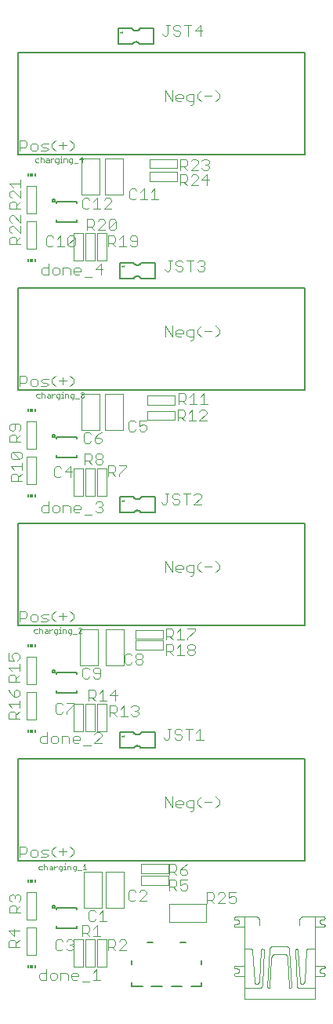
<source format=gto>
G75*
%MOIN*%
%OFA0B0*%
%FSLAX25Y25*%
%IPPOS*%
%LPD*%
%AMOC8*
5,1,8,0,0,1.08239X$1,22.5*
%
%ADD10C,0.00400*%
%ADD11C,0.00200*%
%ADD12C,0.00500*%
%ADD13R,0.00591X0.01181*%
%ADD14R,0.01181X0.01181*%
%ADD15C,0.00800*%
%ADD16C,0.00100*%
D10*
X0021269Y0013304D02*
X0021269Y0008700D01*
X0018967Y0008700D01*
X0018200Y0009467D01*
X0018200Y0011002D01*
X0018967Y0011769D01*
X0021269Y0011769D01*
X0023571Y0008700D02*
X0025106Y0008700D01*
X0025873Y0009467D01*
X0025873Y0011002D01*
X0025106Y0011769D01*
X0023571Y0011769D01*
X0022804Y0011002D01*
X0022804Y0009467D01*
X0023571Y0008700D01*
X0027408Y0008700D02*
X0027408Y0011769D01*
X0029710Y0011769D01*
X0030477Y0011002D01*
X0030477Y0008700D01*
X0034314Y0008700D02*
X0032779Y0008700D01*
X0032012Y0009467D01*
X0032012Y0011002D01*
X0032779Y0011769D01*
X0034314Y0011769D01*
X0035081Y0011002D01*
X0035081Y0010235D01*
X0032012Y0010235D01*
X0036616Y0007933D02*
X0039685Y0007933D01*
X0041220Y0011769D02*
X0042754Y0013304D01*
X0042754Y0008700D01*
X0041220Y0008700D02*
X0044289Y0008700D01*
X0021769Y0113804D02*
X0021769Y0109200D01*
X0019467Y0109200D01*
X0018700Y0109967D01*
X0018700Y0111502D01*
X0019467Y0112269D01*
X0021769Y0112269D01*
X0024071Y0109200D02*
X0025606Y0109200D01*
X0026373Y0109967D01*
X0026373Y0111502D01*
X0025606Y0112269D01*
X0024071Y0112269D01*
X0023304Y0111502D01*
X0023304Y0109967D01*
X0024071Y0109200D01*
X0027908Y0109200D02*
X0027908Y0112269D01*
X0030210Y0112269D01*
X0030977Y0111502D01*
X0030977Y0109200D01*
X0034814Y0109200D02*
X0033279Y0109200D01*
X0032512Y0109967D01*
X0032512Y0111502D01*
X0033279Y0112269D01*
X0034814Y0112269D01*
X0035581Y0111502D01*
X0035581Y0110735D01*
X0032512Y0110735D01*
X0037116Y0108433D02*
X0040185Y0108433D01*
X0044789Y0109200D02*
X0041720Y0109200D01*
X0044789Y0112269D01*
X0044789Y0113037D01*
X0044022Y0113804D01*
X0042487Y0113804D01*
X0041720Y0113037D01*
X0022269Y0211804D02*
X0022269Y0207200D01*
X0019967Y0207200D01*
X0019200Y0207967D01*
X0019200Y0209502D01*
X0019967Y0210269D01*
X0022269Y0210269D01*
X0024571Y0207200D02*
X0026106Y0207200D01*
X0026873Y0207967D01*
X0026873Y0209502D01*
X0026106Y0210269D01*
X0024571Y0210269D01*
X0023804Y0209502D01*
X0023804Y0207967D01*
X0024571Y0207200D01*
X0028408Y0207200D02*
X0028408Y0210269D01*
X0030710Y0210269D01*
X0031477Y0209502D01*
X0031477Y0207200D01*
X0035314Y0207200D02*
X0033779Y0207200D01*
X0033012Y0207967D01*
X0033012Y0209502D01*
X0033779Y0210269D01*
X0035314Y0210269D01*
X0036081Y0209502D01*
X0036081Y0208735D01*
X0033012Y0208735D01*
X0037616Y0206433D02*
X0040685Y0206433D01*
X0042220Y0211037D02*
X0042987Y0211804D01*
X0044522Y0211804D01*
X0045289Y0211037D01*
X0045289Y0210269D01*
X0044522Y0209502D01*
X0043754Y0209502D01*
X0044522Y0209502D02*
X0045289Y0208735D01*
X0045289Y0207967D01*
X0044522Y0207200D01*
X0042987Y0207200D01*
X0042220Y0207967D01*
X0022269Y0312804D02*
X0022269Y0308200D01*
X0019967Y0308200D01*
X0019200Y0308967D01*
X0019200Y0310502D01*
X0019967Y0311269D01*
X0022269Y0311269D01*
X0024571Y0308200D02*
X0026106Y0308200D01*
X0026873Y0308967D01*
X0026873Y0310502D01*
X0026106Y0311269D01*
X0024571Y0311269D01*
X0023804Y0310502D01*
X0023804Y0308967D01*
X0024571Y0308200D01*
X0028408Y0308200D02*
X0028408Y0311269D01*
X0030710Y0311269D01*
X0031477Y0310502D01*
X0031477Y0308200D01*
X0035314Y0308200D02*
X0033779Y0308200D01*
X0033012Y0308967D01*
X0033012Y0310502D01*
X0033779Y0311269D01*
X0035314Y0311269D01*
X0036081Y0310502D01*
X0036081Y0309735D01*
X0033012Y0309735D01*
X0037616Y0307433D02*
X0040685Y0307433D01*
X0044522Y0308200D02*
X0044522Y0312804D01*
X0042220Y0310502D01*
X0045289Y0310502D01*
X0059269Y0046037D02*
X0058502Y0046804D01*
X0056967Y0046804D01*
X0056200Y0046037D01*
X0056200Y0042967D01*
X0056967Y0042200D01*
X0058502Y0042200D01*
X0059269Y0042967D01*
X0063873Y0042200D02*
X0060804Y0042200D01*
X0063873Y0045269D01*
X0063873Y0046037D01*
X0063106Y0046804D01*
X0061571Y0046804D01*
X0060804Y0046037D01*
X0028269Y0025037D02*
X0027502Y0025804D01*
X0025967Y0025804D01*
X0025200Y0025037D01*
X0025200Y0021967D01*
X0025967Y0021200D01*
X0027502Y0021200D01*
X0028269Y0021967D01*
X0029804Y0025037D02*
X0030571Y0025804D01*
X0032106Y0025804D01*
X0032873Y0025037D01*
X0032873Y0024269D01*
X0032106Y0023502D01*
X0031339Y0023502D01*
X0032106Y0023502D02*
X0032873Y0022735D01*
X0032873Y0021967D01*
X0032106Y0021200D01*
X0030571Y0021200D01*
X0029804Y0021967D01*
X0009800Y0022700D02*
X0005196Y0022700D01*
X0005196Y0025002D01*
X0005963Y0025769D01*
X0007498Y0025769D01*
X0008265Y0025002D01*
X0008265Y0022700D01*
X0008265Y0024235D02*
X0009800Y0025769D01*
X0009800Y0029606D02*
X0005196Y0029606D01*
X0007498Y0027304D01*
X0007498Y0030373D01*
X0010300Y0037200D02*
X0005696Y0037200D01*
X0005696Y0039502D01*
X0006463Y0040269D01*
X0007998Y0040269D01*
X0008765Y0039502D01*
X0008765Y0037200D01*
X0008765Y0038735D02*
X0010300Y0040269D01*
X0006463Y0041804D02*
X0005696Y0042571D01*
X0005696Y0044106D01*
X0006463Y0044873D01*
X0007231Y0044873D01*
X0007998Y0044106D01*
X0007998Y0043339D01*
X0007998Y0044106D02*
X0008765Y0044873D01*
X0009533Y0044873D01*
X0010300Y0044106D01*
X0010300Y0042571D01*
X0009533Y0041804D01*
X0073700Y0046700D02*
X0073700Y0051304D01*
X0076002Y0051304D01*
X0076769Y0050537D01*
X0076769Y0049002D01*
X0076002Y0048235D01*
X0073700Y0048235D01*
X0075235Y0048235D02*
X0076769Y0046700D01*
X0081373Y0051304D02*
X0078304Y0051304D01*
X0078304Y0049002D01*
X0079839Y0049769D01*
X0080606Y0049769D01*
X0081373Y0049002D01*
X0081373Y0047467D01*
X0080606Y0046700D01*
X0079071Y0046700D01*
X0078304Y0047467D01*
X0036700Y0027200D02*
X0036700Y0031804D01*
X0039002Y0031804D01*
X0039769Y0031037D01*
X0039769Y0029502D01*
X0039002Y0028735D01*
X0036700Y0028735D01*
X0038235Y0028735D02*
X0039769Y0027200D01*
X0041304Y0030269D02*
X0042839Y0031804D01*
X0042839Y0027200D01*
X0044373Y0027200D02*
X0041304Y0027200D01*
X0047700Y0021200D02*
X0047700Y0025804D01*
X0050002Y0025804D01*
X0050769Y0025037D01*
X0050769Y0023502D01*
X0050002Y0022735D01*
X0047700Y0022735D01*
X0049235Y0022735D02*
X0050769Y0021200D01*
X0055373Y0021200D02*
X0052304Y0021200D01*
X0055373Y0024269D01*
X0055373Y0025037D01*
X0054606Y0025804D01*
X0053071Y0025804D01*
X0052304Y0025037D01*
X0073700Y0053200D02*
X0073700Y0057804D01*
X0076002Y0057804D01*
X0076769Y0057037D01*
X0076769Y0055502D01*
X0076002Y0054735D01*
X0073700Y0054735D01*
X0075235Y0054735D02*
X0076769Y0053200D01*
X0081373Y0057804D02*
X0079839Y0057037D01*
X0078304Y0055502D01*
X0078304Y0053967D01*
X0079071Y0053200D01*
X0080606Y0053200D01*
X0081373Y0053967D01*
X0081373Y0054735D01*
X0080606Y0055502D01*
X0078304Y0055502D01*
X0042269Y0037537D02*
X0041502Y0038304D01*
X0039967Y0038304D01*
X0039200Y0037537D01*
X0039200Y0034467D01*
X0039967Y0033700D01*
X0041502Y0033700D01*
X0042269Y0034467D01*
X0043804Y0036769D02*
X0045339Y0038304D01*
X0045339Y0033700D01*
X0046873Y0033700D02*
X0043804Y0033700D01*
X0059269Y0245537D02*
X0058502Y0246304D01*
X0056967Y0246304D01*
X0056200Y0245537D01*
X0056200Y0242467D01*
X0056967Y0241700D01*
X0058502Y0241700D01*
X0059269Y0242467D01*
X0063873Y0246304D02*
X0060804Y0246304D01*
X0060804Y0244002D01*
X0062339Y0244769D01*
X0063106Y0244769D01*
X0063873Y0244002D01*
X0063873Y0242467D01*
X0063106Y0241700D01*
X0061571Y0241700D01*
X0060804Y0242467D01*
X0027769Y0226037D02*
X0027002Y0226804D01*
X0025467Y0226804D01*
X0024700Y0226037D01*
X0024700Y0222967D01*
X0025467Y0222200D01*
X0027002Y0222200D01*
X0027769Y0222967D01*
X0031606Y0222200D02*
X0031606Y0226804D01*
X0029304Y0224502D01*
X0032373Y0224502D01*
X0010800Y0220700D02*
X0006196Y0220700D01*
X0006196Y0223002D01*
X0006963Y0223769D01*
X0008498Y0223769D01*
X0009265Y0223002D01*
X0009265Y0220700D01*
X0009265Y0222235D02*
X0010800Y0223769D01*
X0007731Y0225304D02*
X0006196Y0226839D01*
X0010800Y0226839D01*
X0010800Y0228373D02*
X0010800Y0225304D01*
X0010033Y0229908D02*
X0006963Y0229908D01*
X0006196Y0230675D01*
X0006196Y0232210D01*
X0006963Y0232977D01*
X0010033Y0232977D01*
X0010800Y0232210D01*
X0010800Y0230675D01*
X0010033Y0229908D01*
X0006963Y0232977D01*
X0010300Y0237200D02*
X0005696Y0237200D01*
X0005696Y0239502D01*
X0006463Y0240269D01*
X0007998Y0240269D01*
X0008765Y0239502D01*
X0008765Y0237200D01*
X0008765Y0238735D02*
X0010300Y0240269D01*
X0009533Y0241804D02*
X0010300Y0242571D01*
X0010300Y0244106D01*
X0009533Y0244873D01*
X0006463Y0244873D01*
X0005696Y0244106D01*
X0005696Y0242571D01*
X0006463Y0241804D01*
X0007231Y0241804D01*
X0007998Y0242571D01*
X0007998Y0244873D01*
X0077200Y0246200D02*
X0077200Y0250804D01*
X0079502Y0250804D01*
X0080269Y0250037D01*
X0080269Y0248502D01*
X0079502Y0247735D01*
X0077200Y0247735D01*
X0078735Y0247735D02*
X0080269Y0246200D01*
X0081804Y0249269D02*
X0083339Y0250804D01*
X0083339Y0246200D01*
X0084873Y0246200D02*
X0081804Y0246200D01*
X0089477Y0246200D02*
X0086408Y0246200D01*
X0089477Y0249269D01*
X0089477Y0250037D01*
X0088710Y0250804D01*
X0087175Y0250804D01*
X0086408Y0250037D01*
X0037700Y0227700D02*
X0037700Y0232304D01*
X0040002Y0232304D01*
X0040769Y0231537D01*
X0040769Y0230002D01*
X0040002Y0229235D01*
X0037700Y0229235D01*
X0039235Y0229235D02*
X0040769Y0227700D01*
X0042304Y0231537D02*
X0043071Y0232304D01*
X0044606Y0232304D01*
X0045373Y0231537D01*
X0045373Y0230769D01*
X0044606Y0230002D01*
X0045373Y0229235D01*
X0045373Y0228467D01*
X0044606Y0227700D01*
X0043071Y0227700D01*
X0042304Y0228467D01*
X0042304Y0229235D01*
X0043071Y0230002D01*
X0042304Y0230769D01*
X0042304Y0231537D01*
X0043071Y0230002D02*
X0044606Y0230002D01*
X0047700Y0222700D02*
X0047700Y0227304D01*
X0050002Y0227304D01*
X0050769Y0226537D01*
X0050769Y0225002D01*
X0050002Y0224235D01*
X0047700Y0224235D01*
X0049235Y0224235D02*
X0050769Y0222700D01*
X0052304Y0227304D02*
X0055373Y0227304D01*
X0055373Y0226537D01*
X0052304Y0223467D01*
X0052304Y0222700D01*
X0077700Y0253200D02*
X0077700Y0257804D01*
X0080002Y0257804D01*
X0080769Y0257037D01*
X0080769Y0255502D01*
X0080002Y0254735D01*
X0077700Y0254735D01*
X0079235Y0254735D02*
X0080769Y0253200D01*
X0082304Y0256269D02*
X0083839Y0257804D01*
X0083839Y0253200D01*
X0085373Y0253200D02*
X0082304Y0253200D01*
X0086908Y0256269D02*
X0088442Y0257804D01*
X0088442Y0253200D01*
X0086908Y0253200D02*
X0089977Y0253200D01*
X0040269Y0240537D02*
X0039502Y0241304D01*
X0037967Y0241304D01*
X0037200Y0240537D01*
X0037200Y0237467D01*
X0037967Y0236700D01*
X0039502Y0236700D01*
X0040269Y0237467D01*
X0044873Y0241304D02*
X0043339Y0240537D01*
X0041804Y0239002D01*
X0041804Y0237467D01*
X0042571Y0236700D01*
X0044106Y0236700D01*
X0044873Y0237467D01*
X0044873Y0238235D01*
X0044106Y0239002D01*
X0041804Y0239002D01*
X0057769Y0146537D02*
X0057002Y0147304D01*
X0055467Y0147304D01*
X0054700Y0146537D01*
X0054700Y0143467D01*
X0055467Y0142700D01*
X0057002Y0142700D01*
X0057769Y0143467D01*
X0059304Y0146537D02*
X0060071Y0147304D01*
X0061606Y0147304D01*
X0062373Y0146537D01*
X0062373Y0145769D01*
X0061606Y0145002D01*
X0062373Y0144235D01*
X0062373Y0143467D01*
X0061606Y0142700D01*
X0060071Y0142700D01*
X0059304Y0143467D01*
X0059304Y0144235D01*
X0060071Y0145002D01*
X0059304Y0145769D01*
X0059304Y0146537D01*
X0060071Y0145002D02*
X0061606Y0145002D01*
X0028269Y0125537D02*
X0027502Y0126304D01*
X0025967Y0126304D01*
X0025200Y0125537D01*
X0025200Y0122467D01*
X0025967Y0121700D01*
X0027502Y0121700D01*
X0028269Y0122467D01*
X0029804Y0126304D02*
X0032873Y0126304D01*
X0032873Y0125537D01*
X0029804Y0122467D01*
X0029804Y0121700D01*
X0009800Y0119700D02*
X0005196Y0119700D01*
X0005196Y0122002D01*
X0005963Y0122769D01*
X0007498Y0122769D01*
X0008265Y0122002D01*
X0008265Y0119700D01*
X0008265Y0121235D02*
X0009800Y0122769D01*
X0006731Y0124304D02*
X0005196Y0125839D01*
X0009800Y0125839D01*
X0009800Y0127373D02*
X0009800Y0124304D01*
X0005196Y0131977D02*
X0005963Y0130442D01*
X0007498Y0128908D01*
X0009033Y0128908D01*
X0009800Y0129675D01*
X0009800Y0131210D01*
X0009033Y0131977D01*
X0008265Y0131977D01*
X0007498Y0131210D01*
X0007498Y0128908D01*
X0009800Y0135200D02*
X0005196Y0135200D01*
X0005196Y0137502D01*
X0005963Y0138269D01*
X0007498Y0138269D01*
X0008265Y0137502D01*
X0008265Y0135200D01*
X0008265Y0136735D02*
X0009800Y0138269D01*
X0006731Y0139804D02*
X0005196Y0141339D01*
X0009800Y0141339D01*
X0009800Y0142873D02*
X0009800Y0139804D01*
X0005196Y0147477D02*
X0005196Y0144408D01*
X0007498Y0144408D01*
X0006731Y0145942D01*
X0006731Y0146710D01*
X0007498Y0147477D01*
X0009033Y0147477D01*
X0009800Y0146710D01*
X0009800Y0145175D01*
X0009033Y0144408D01*
X0072200Y0146700D02*
X0072200Y0151304D01*
X0074502Y0151304D01*
X0075269Y0150537D01*
X0075269Y0149002D01*
X0074502Y0148235D01*
X0072200Y0148235D01*
X0073735Y0148235D02*
X0075269Y0146700D01*
X0076804Y0149769D02*
X0078339Y0151304D01*
X0078339Y0146700D01*
X0079873Y0146700D02*
X0076804Y0146700D01*
X0081408Y0150537D02*
X0082175Y0151304D01*
X0083710Y0151304D01*
X0084477Y0150537D01*
X0084477Y0149769D01*
X0083710Y0149002D01*
X0084477Y0148235D01*
X0084477Y0147467D01*
X0083710Y0146700D01*
X0082175Y0146700D01*
X0081408Y0147467D01*
X0081408Y0148235D01*
X0082175Y0149002D01*
X0081408Y0149769D01*
X0081408Y0150537D01*
X0082175Y0149002D02*
X0083710Y0149002D01*
X0039200Y0127200D02*
X0039200Y0131804D01*
X0041502Y0131804D01*
X0042269Y0131037D01*
X0042269Y0129502D01*
X0041502Y0128735D01*
X0039200Y0128735D01*
X0040735Y0128735D02*
X0042269Y0127200D01*
X0043804Y0130269D02*
X0045339Y0131804D01*
X0045339Y0127200D01*
X0046873Y0127200D02*
X0043804Y0127200D01*
X0050710Y0127200D02*
X0050710Y0131804D01*
X0048408Y0129502D01*
X0051477Y0129502D01*
X0048200Y0120700D02*
X0048200Y0125304D01*
X0050502Y0125304D01*
X0051269Y0124537D01*
X0051269Y0123002D01*
X0050502Y0122235D01*
X0048200Y0122235D01*
X0049735Y0122235D02*
X0051269Y0120700D01*
X0052804Y0123769D02*
X0054339Y0125304D01*
X0054339Y0120700D01*
X0055873Y0120700D02*
X0052804Y0120700D01*
X0057408Y0124537D02*
X0058175Y0125304D01*
X0059710Y0125304D01*
X0060477Y0124537D01*
X0060477Y0123769D01*
X0059710Y0123002D01*
X0058942Y0123002D01*
X0059710Y0123002D02*
X0060477Y0122235D01*
X0060477Y0121467D01*
X0059710Y0120700D01*
X0058175Y0120700D01*
X0057408Y0121467D01*
X0072200Y0153200D02*
X0072200Y0157804D01*
X0074502Y0157804D01*
X0075269Y0157037D01*
X0075269Y0155502D01*
X0074502Y0154735D01*
X0072200Y0154735D01*
X0073735Y0154735D02*
X0075269Y0153200D01*
X0076804Y0156269D02*
X0078339Y0157804D01*
X0078339Y0153200D01*
X0079873Y0153200D02*
X0076804Y0153200D01*
X0081408Y0157804D02*
X0084477Y0157804D01*
X0084477Y0157037D01*
X0081408Y0153967D01*
X0081408Y0153200D01*
X0039769Y0140537D02*
X0039002Y0141304D01*
X0037467Y0141304D01*
X0036700Y0140537D01*
X0036700Y0137467D01*
X0037467Y0136700D01*
X0039002Y0136700D01*
X0039769Y0137467D01*
X0041304Y0137467D02*
X0042071Y0136700D01*
X0043606Y0136700D01*
X0044373Y0137467D01*
X0044373Y0140537D01*
X0043606Y0141304D01*
X0042071Y0141304D01*
X0041304Y0140537D01*
X0041304Y0139769D01*
X0042071Y0139002D01*
X0044373Y0139002D01*
X0059769Y0344037D02*
X0059002Y0344804D01*
X0057467Y0344804D01*
X0056700Y0344037D01*
X0056700Y0340967D01*
X0057467Y0340200D01*
X0059002Y0340200D01*
X0059769Y0340967D01*
X0061304Y0343269D02*
X0062839Y0344804D01*
X0062839Y0340200D01*
X0064373Y0340200D02*
X0061304Y0340200D01*
X0065908Y0343269D02*
X0067442Y0344804D01*
X0067442Y0340200D01*
X0065908Y0340200D02*
X0068977Y0340200D01*
X0024269Y0324037D02*
X0023502Y0324804D01*
X0021967Y0324804D01*
X0021200Y0324037D01*
X0021200Y0320967D01*
X0021967Y0320200D01*
X0023502Y0320200D01*
X0024269Y0320967D01*
X0025804Y0323269D02*
X0027339Y0324804D01*
X0027339Y0320200D01*
X0028873Y0320200D02*
X0025804Y0320200D01*
X0030408Y0320967D02*
X0030408Y0324037D01*
X0031175Y0324804D01*
X0032710Y0324804D01*
X0033477Y0324037D01*
X0033477Y0320967D01*
X0032710Y0320200D01*
X0031175Y0320200D01*
X0030408Y0320967D01*
X0033477Y0324037D01*
X0010300Y0321200D02*
X0005696Y0321200D01*
X0005696Y0323502D01*
X0006463Y0324269D01*
X0007998Y0324269D01*
X0008765Y0323502D01*
X0008765Y0321200D01*
X0008765Y0322735D02*
X0010300Y0324269D01*
X0010300Y0328873D02*
X0010300Y0325804D01*
X0007231Y0328873D01*
X0006463Y0328873D01*
X0005696Y0328106D01*
X0005696Y0326571D01*
X0006463Y0325804D01*
X0010300Y0333477D02*
X0010300Y0330408D01*
X0007231Y0333477D01*
X0006463Y0333477D01*
X0005696Y0332710D01*
X0005696Y0331175D01*
X0006463Y0330408D01*
X0010300Y0336200D02*
X0005696Y0336200D01*
X0005696Y0338502D01*
X0006463Y0339269D01*
X0007998Y0339269D01*
X0008765Y0338502D01*
X0008765Y0336200D01*
X0008765Y0337735D02*
X0010300Y0339269D01*
X0010300Y0343873D02*
X0010300Y0340804D01*
X0007231Y0343873D01*
X0006463Y0343873D01*
X0005696Y0343106D01*
X0005696Y0341571D01*
X0006463Y0340804D01*
X0007231Y0345408D02*
X0005696Y0346942D01*
X0010300Y0346942D01*
X0010300Y0345408D02*
X0010300Y0348477D01*
X0078200Y0346200D02*
X0078200Y0350804D01*
X0080502Y0350804D01*
X0081269Y0350037D01*
X0081269Y0348502D01*
X0080502Y0347735D01*
X0078200Y0347735D01*
X0079735Y0347735D02*
X0081269Y0346200D01*
X0085873Y0346200D02*
X0082804Y0346200D01*
X0085873Y0349269D01*
X0085873Y0350037D01*
X0085106Y0350804D01*
X0083571Y0350804D01*
X0082804Y0350037D01*
X0089710Y0346200D02*
X0089710Y0350804D01*
X0087408Y0348502D01*
X0090477Y0348502D01*
X0038700Y0327200D02*
X0038700Y0331804D01*
X0041002Y0331804D01*
X0041769Y0331037D01*
X0041769Y0329502D01*
X0041002Y0328735D01*
X0038700Y0328735D01*
X0040235Y0328735D02*
X0041769Y0327200D01*
X0046373Y0327200D02*
X0043304Y0327200D01*
X0046373Y0330269D01*
X0046373Y0331037D01*
X0045606Y0331804D01*
X0044071Y0331804D01*
X0043304Y0331037D01*
X0047908Y0327967D02*
X0047908Y0331037D01*
X0048675Y0331804D01*
X0050210Y0331804D01*
X0050977Y0331037D01*
X0050977Y0327967D01*
X0050210Y0327200D01*
X0048675Y0327200D01*
X0047908Y0327967D01*
X0050977Y0331037D01*
X0047700Y0320200D02*
X0047700Y0324804D01*
X0050002Y0324804D01*
X0050769Y0324037D01*
X0050769Y0322502D01*
X0050002Y0321735D01*
X0047700Y0321735D01*
X0049235Y0321735D02*
X0050769Y0320200D01*
X0052304Y0323269D02*
X0053839Y0324804D01*
X0053839Y0320200D01*
X0055373Y0320200D02*
X0052304Y0320200D01*
X0056908Y0320967D02*
X0057675Y0320200D01*
X0059210Y0320200D01*
X0059977Y0320967D01*
X0059977Y0324037D01*
X0059210Y0324804D01*
X0057675Y0324804D01*
X0056908Y0324037D01*
X0056908Y0323269D01*
X0057675Y0322502D01*
X0059977Y0322502D01*
X0078200Y0352700D02*
X0078200Y0357304D01*
X0080502Y0357304D01*
X0081269Y0356537D01*
X0081269Y0355002D01*
X0080502Y0354235D01*
X0078200Y0354235D01*
X0079735Y0354235D02*
X0081269Y0352700D01*
X0085873Y0352700D02*
X0082804Y0352700D01*
X0085873Y0355769D01*
X0085873Y0356537D01*
X0085106Y0357304D01*
X0083571Y0357304D01*
X0082804Y0356537D01*
X0087408Y0356537D02*
X0088175Y0357304D01*
X0089710Y0357304D01*
X0090477Y0356537D01*
X0090477Y0355769D01*
X0089710Y0355002D01*
X0088942Y0355002D01*
X0089710Y0355002D02*
X0090477Y0354235D01*
X0090477Y0353467D01*
X0089710Y0352700D01*
X0088175Y0352700D01*
X0087408Y0353467D01*
X0039769Y0340037D02*
X0039002Y0340804D01*
X0037467Y0340804D01*
X0036700Y0340037D01*
X0036700Y0336967D01*
X0037467Y0336200D01*
X0039002Y0336200D01*
X0039769Y0336967D01*
X0041304Y0339269D02*
X0042839Y0340804D01*
X0042839Y0336200D01*
X0044373Y0336200D02*
X0041304Y0336200D01*
X0048977Y0336200D02*
X0045908Y0336200D01*
X0048977Y0339269D01*
X0048977Y0340037D01*
X0048210Y0340804D01*
X0046675Y0340804D01*
X0045908Y0340037D01*
X0071759Y0310467D02*
X0072526Y0309700D01*
X0073294Y0309700D01*
X0074061Y0310467D01*
X0074061Y0314304D01*
X0073294Y0314304D02*
X0074828Y0314304D01*
X0079432Y0313537D02*
X0078665Y0314304D01*
X0077130Y0314304D01*
X0076363Y0313537D01*
X0076363Y0312769D01*
X0077130Y0312002D01*
X0078665Y0312002D01*
X0079432Y0311235D01*
X0079432Y0310467D01*
X0078665Y0309700D01*
X0077130Y0309700D01*
X0076363Y0310467D01*
X0082502Y0309700D02*
X0082502Y0314304D01*
X0084036Y0314304D02*
X0080967Y0314304D01*
X0085571Y0313537D02*
X0086338Y0314304D01*
X0087873Y0314304D01*
X0088640Y0313537D01*
X0088640Y0312769D01*
X0087873Y0312002D01*
X0087105Y0312002D01*
X0087873Y0312002D02*
X0088640Y0311235D01*
X0088640Y0310467D01*
X0087873Y0309700D01*
X0086338Y0309700D01*
X0085571Y0310467D01*
X0071259Y0111467D02*
X0072026Y0110700D01*
X0072794Y0110700D01*
X0073561Y0111467D01*
X0073561Y0115304D01*
X0072794Y0115304D02*
X0074328Y0115304D01*
X0078932Y0114537D02*
X0078165Y0115304D01*
X0076630Y0115304D01*
X0075863Y0114537D01*
X0075863Y0113769D01*
X0076630Y0113002D01*
X0078165Y0113002D01*
X0078932Y0112235D01*
X0078932Y0111467D01*
X0078165Y0110700D01*
X0076630Y0110700D01*
X0075863Y0111467D01*
X0082002Y0110700D02*
X0082002Y0115304D01*
X0083536Y0115304D02*
X0080467Y0115304D01*
X0085071Y0113769D02*
X0086605Y0115304D01*
X0086605Y0110700D01*
X0085071Y0110700D02*
X0088140Y0110700D01*
X0070259Y0211467D02*
X0071026Y0210700D01*
X0071794Y0210700D01*
X0072561Y0211467D01*
X0072561Y0215304D01*
X0071794Y0215304D02*
X0073328Y0215304D01*
X0077932Y0214537D02*
X0077165Y0215304D01*
X0075630Y0215304D01*
X0074863Y0214537D01*
X0074863Y0213769D01*
X0075630Y0213002D01*
X0077165Y0213002D01*
X0077932Y0212235D01*
X0077932Y0211467D01*
X0077165Y0210700D01*
X0075630Y0210700D01*
X0074863Y0211467D01*
X0081002Y0210700D02*
X0081002Y0215304D01*
X0082536Y0215304D02*
X0079467Y0215304D01*
X0087140Y0210700D02*
X0084071Y0210700D01*
X0087140Y0213769D01*
X0087140Y0214537D01*
X0086373Y0215304D01*
X0084838Y0215304D01*
X0084071Y0214537D01*
X0070759Y0410467D02*
X0071526Y0409700D01*
X0072294Y0409700D01*
X0073061Y0410467D01*
X0073061Y0414304D01*
X0072294Y0414304D02*
X0073828Y0414304D01*
X0078432Y0413537D02*
X0077665Y0414304D01*
X0076130Y0414304D01*
X0075363Y0413537D01*
X0075363Y0412769D01*
X0076130Y0412002D01*
X0077665Y0412002D01*
X0078432Y0411235D01*
X0078432Y0410467D01*
X0077665Y0409700D01*
X0076130Y0409700D01*
X0075363Y0410467D01*
X0081502Y0409700D02*
X0081502Y0414304D01*
X0083036Y0414304D02*
X0079967Y0414304D01*
X0086873Y0409700D02*
X0086873Y0414304D01*
X0084571Y0412002D01*
X0087640Y0412002D01*
X0071835Y0281885D02*
X0071835Y0286489D01*
X0074904Y0281885D01*
X0074904Y0286489D01*
X0078741Y0281885D02*
X0077206Y0281885D01*
X0076439Y0282652D01*
X0076439Y0284187D01*
X0077206Y0284954D01*
X0078741Y0284954D01*
X0079508Y0284187D01*
X0079508Y0283420D01*
X0076439Y0283420D01*
X0082577Y0280350D02*
X0083344Y0280350D01*
X0084112Y0281118D01*
X0084112Y0284954D01*
X0081810Y0284954D01*
X0081043Y0284187D01*
X0081043Y0282652D01*
X0081810Y0281885D01*
X0084112Y0281885D01*
X0087181Y0281885D02*
X0085646Y0283420D01*
X0085646Y0284954D01*
X0087181Y0286489D01*
X0088716Y0284187D02*
X0091785Y0284187D01*
X0093320Y0281885D02*
X0094854Y0283420D01*
X0094854Y0284954D01*
X0093320Y0286489D01*
X0009902Y0260826D02*
X0009902Y0265430D01*
X0012204Y0265430D01*
X0012971Y0264663D01*
X0012971Y0263128D01*
X0012204Y0262361D01*
X0009902Y0262361D01*
X0015273Y0260826D02*
X0016807Y0260826D01*
X0017575Y0261593D01*
X0017575Y0263128D01*
X0016807Y0263895D01*
X0015273Y0263895D01*
X0014506Y0263128D01*
X0014506Y0261593D01*
X0015273Y0260826D01*
X0019109Y0260826D02*
X0021411Y0260826D01*
X0022179Y0261593D01*
X0021411Y0262361D01*
X0019877Y0262361D01*
X0019109Y0263128D01*
X0019877Y0263895D01*
X0022179Y0263895D01*
X0025248Y0260826D02*
X0023713Y0262361D01*
X0023713Y0263895D01*
X0025248Y0265430D01*
X0026783Y0263128D02*
X0029852Y0263128D01*
X0028317Y0264663D02*
X0028317Y0261593D01*
X0031387Y0260826D02*
X0032921Y0262361D01*
X0032921Y0263895D01*
X0031387Y0265430D01*
X0071835Y0081885D02*
X0071835Y0086489D01*
X0074904Y0081885D01*
X0074904Y0086489D01*
X0078741Y0081885D02*
X0077206Y0081885D01*
X0076439Y0082652D01*
X0076439Y0084187D01*
X0077206Y0084954D01*
X0078741Y0084954D01*
X0079508Y0084187D01*
X0079508Y0083420D01*
X0076439Y0083420D01*
X0082577Y0080350D02*
X0083344Y0080350D01*
X0084112Y0081118D01*
X0084112Y0084954D01*
X0081810Y0084954D01*
X0081043Y0084187D01*
X0081043Y0082652D01*
X0081810Y0081885D01*
X0084112Y0081885D01*
X0087181Y0081885D02*
X0085646Y0083420D01*
X0085646Y0084954D01*
X0087181Y0086489D01*
X0088716Y0084187D02*
X0091785Y0084187D01*
X0093320Y0081885D02*
X0094854Y0083420D01*
X0094854Y0084954D01*
X0093320Y0086489D01*
X0009902Y0060826D02*
X0009902Y0065430D01*
X0012204Y0065430D01*
X0012971Y0064663D01*
X0012971Y0063128D01*
X0012204Y0062361D01*
X0009902Y0062361D01*
X0015273Y0060826D02*
X0016807Y0060826D01*
X0017575Y0061593D01*
X0017575Y0063128D01*
X0016807Y0063895D01*
X0015273Y0063895D01*
X0014506Y0063128D01*
X0014506Y0061593D01*
X0015273Y0060826D01*
X0019109Y0060826D02*
X0021411Y0060826D01*
X0022179Y0061593D01*
X0021411Y0062361D01*
X0019877Y0062361D01*
X0019109Y0063128D01*
X0019877Y0063895D01*
X0022179Y0063895D01*
X0025248Y0060826D02*
X0023713Y0062361D01*
X0023713Y0063895D01*
X0025248Y0065430D01*
X0026783Y0063128D02*
X0029852Y0063128D01*
X0028317Y0064663D02*
X0028317Y0061593D01*
X0031387Y0060826D02*
X0032921Y0062361D01*
X0032921Y0063895D01*
X0031387Y0065430D01*
X0071835Y0181885D02*
X0071835Y0186489D01*
X0074904Y0181885D01*
X0074904Y0186489D01*
X0078741Y0181885D02*
X0077206Y0181885D01*
X0076439Y0182652D01*
X0076439Y0184187D01*
X0077206Y0184954D01*
X0078741Y0184954D01*
X0079508Y0184187D01*
X0079508Y0183420D01*
X0076439Y0183420D01*
X0082577Y0180350D02*
X0083344Y0180350D01*
X0084112Y0181118D01*
X0084112Y0184954D01*
X0081810Y0184954D01*
X0081043Y0184187D01*
X0081043Y0182652D01*
X0081810Y0181885D01*
X0084112Y0181885D01*
X0087181Y0181885D02*
X0085646Y0183420D01*
X0085646Y0184954D01*
X0087181Y0186489D01*
X0088716Y0184187D02*
X0091785Y0184187D01*
X0093320Y0181885D02*
X0094854Y0183420D01*
X0094854Y0184954D01*
X0093320Y0186489D01*
X0009902Y0160826D02*
X0009902Y0165430D01*
X0012204Y0165430D01*
X0012971Y0164663D01*
X0012971Y0163128D01*
X0012204Y0162361D01*
X0009902Y0162361D01*
X0015273Y0160826D02*
X0016807Y0160826D01*
X0017575Y0161593D01*
X0017575Y0163128D01*
X0016807Y0163895D01*
X0015273Y0163895D01*
X0014506Y0163128D01*
X0014506Y0161593D01*
X0015273Y0160826D01*
X0019109Y0160826D02*
X0021411Y0160826D01*
X0022179Y0161593D01*
X0021411Y0162361D01*
X0019877Y0162361D01*
X0019109Y0163128D01*
X0019877Y0163895D01*
X0022179Y0163895D01*
X0025248Y0160826D02*
X0023713Y0162361D01*
X0023713Y0163895D01*
X0025248Y0165430D01*
X0026783Y0163128D02*
X0029852Y0163128D01*
X0028317Y0164663D02*
X0028317Y0161593D01*
X0031387Y0160826D02*
X0032921Y0162361D01*
X0032921Y0163895D01*
X0031387Y0165430D01*
X0071835Y0381885D02*
X0071835Y0386489D01*
X0074904Y0381885D01*
X0074904Y0386489D01*
X0078741Y0381885D02*
X0077206Y0381885D01*
X0076439Y0382652D01*
X0076439Y0384187D01*
X0077206Y0384954D01*
X0078741Y0384954D01*
X0079508Y0384187D01*
X0079508Y0383420D01*
X0076439Y0383420D01*
X0082577Y0380350D02*
X0083344Y0380350D01*
X0084112Y0381118D01*
X0084112Y0384954D01*
X0081810Y0384954D01*
X0081043Y0384187D01*
X0081043Y0382652D01*
X0081810Y0381885D01*
X0084112Y0381885D01*
X0087181Y0381885D02*
X0085646Y0383420D01*
X0085646Y0384954D01*
X0087181Y0386489D01*
X0088716Y0384187D02*
X0091785Y0384187D01*
X0093320Y0381885D02*
X0094854Y0383420D01*
X0094854Y0384954D01*
X0093320Y0386489D01*
X0009902Y0360826D02*
X0009902Y0365430D01*
X0012204Y0365430D01*
X0012971Y0364663D01*
X0012971Y0363128D01*
X0012204Y0362361D01*
X0009902Y0362361D01*
X0015273Y0360826D02*
X0016807Y0360826D01*
X0017575Y0361593D01*
X0017575Y0363128D01*
X0016807Y0363895D01*
X0015273Y0363895D01*
X0014506Y0363128D01*
X0014506Y0361593D01*
X0015273Y0360826D01*
X0019109Y0360826D02*
X0021411Y0360826D01*
X0022179Y0361593D01*
X0021411Y0362361D01*
X0019877Y0362361D01*
X0019109Y0363128D01*
X0019877Y0363895D01*
X0022179Y0363895D01*
X0025248Y0360826D02*
X0023713Y0362361D01*
X0023713Y0363895D01*
X0025248Y0365430D01*
X0026783Y0363128D02*
X0029852Y0363128D01*
X0028317Y0364663D02*
X0028317Y0361593D01*
X0031387Y0360826D02*
X0032921Y0362361D01*
X0032921Y0363895D01*
X0031387Y0365430D01*
X0105516Y0000496D02*
X0105516Y0035544D01*
X0110483Y0035544D01*
X0110484Y0035544D02*
X0110556Y0035542D01*
X0110629Y0035537D01*
X0110701Y0035528D01*
X0110773Y0035515D01*
X0110843Y0035498D01*
X0110913Y0035478D01*
X0110982Y0035455D01*
X0111050Y0035428D01*
X0111116Y0035397D01*
X0111180Y0035364D01*
X0111243Y0035327D01*
X0111304Y0035287D01*
X0111362Y0035244D01*
X0111419Y0035198D01*
X0111473Y0035149D01*
X0111524Y0035098D01*
X0111573Y0035044D01*
X0111619Y0034987D01*
X0111662Y0034929D01*
X0111702Y0034868D01*
X0111739Y0034805D01*
X0111772Y0034741D01*
X0111803Y0034675D01*
X0111830Y0034607D01*
X0111853Y0034538D01*
X0111873Y0034468D01*
X0111890Y0034398D01*
X0111903Y0034326D01*
X0111912Y0034254D01*
X0111917Y0034181D01*
X0111919Y0034109D01*
X0111919Y0032011D01*
X0129083Y0031846D02*
X0129083Y0034164D01*
X0129085Y0034236D01*
X0129091Y0034308D01*
X0129100Y0034380D01*
X0129113Y0034451D01*
X0129130Y0034521D01*
X0129150Y0034590D01*
X0129175Y0034658D01*
X0129202Y0034725D01*
X0129233Y0034790D01*
X0129268Y0034854D01*
X0129306Y0034916D01*
X0129347Y0034975D01*
X0129391Y0035032D01*
X0129437Y0035087D01*
X0129487Y0035140D01*
X0129540Y0035190D01*
X0129595Y0035236D01*
X0129652Y0035280D01*
X0129711Y0035321D01*
X0129773Y0035359D01*
X0129837Y0035394D01*
X0129902Y0035425D01*
X0129969Y0035452D01*
X0130037Y0035477D01*
X0130106Y0035497D01*
X0130176Y0035514D01*
X0130247Y0035527D01*
X0130319Y0035536D01*
X0130391Y0035542D01*
X0130463Y0035544D01*
X0135486Y0035544D01*
X0135486Y0014736D01*
X0135486Y0000496D01*
X0105516Y0000496D01*
X0135486Y0035544D02*
X0139184Y0035544D01*
X0139232Y0035542D01*
X0139279Y0035537D01*
X0139326Y0035528D01*
X0139372Y0035515D01*
X0139417Y0035498D01*
X0139460Y0035478D01*
X0139502Y0035455D01*
X0139541Y0035429D01*
X0139579Y0035399D01*
X0139614Y0035367D01*
X0139646Y0035332D01*
X0139676Y0035294D01*
X0139702Y0035254D01*
X0139726Y0035213D01*
X0139745Y0035169D01*
X0139762Y0035125D01*
X0139775Y0035079D01*
X0139784Y0035032D01*
X0139789Y0034984D01*
X0139791Y0034937D01*
X0139791Y0034936D01*
X0139791Y0034937D02*
X0139789Y0034888D01*
X0139784Y0034838D01*
X0139774Y0034790D01*
X0139762Y0034742D01*
X0139745Y0034695D01*
X0139725Y0034650D01*
X0139702Y0034606D01*
X0139676Y0034564D01*
X0139647Y0034524D01*
X0139614Y0034487D01*
X0139579Y0034452D01*
X0139542Y0034419D01*
X0139502Y0034390D01*
X0139460Y0034364D01*
X0139416Y0034341D01*
X0139371Y0034321D01*
X0139324Y0034304D01*
X0139276Y0034292D01*
X0139228Y0034282D01*
X0139178Y0034277D01*
X0139129Y0034275D01*
X0139129Y0034274D02*
X0138522Y0034274D01*
X0138521Y0034275D02*
X0138463Y0034273D01*
X0138406Y0034268D01*
X0138349Y0034258D01*
X0138292Y0034245D01*
X0138237Y0034228D01*
X0138183Y0034208D01*
X0138130Y0034184D01*
X0138079Y0034157D01*
X0138030Y0034127D01*
X0137983Y0034093D01*
X0137939Y0034056D01*
X0137896Y0034017D01*
X0137857Y0033974D01*
X0137820Y0033930D01*
X0137786Y0033883D01*
X0137756Y0033834D01*
X0137729Y0033783D01*
X0137705Y0033730D01*
X0137685Y0033676D01*
X0137668Y0033621D01*
X0137655Y0033564D01*
X0137645Y0033507D01*
X0137640Y0033450D01*
X0137638Y0033392D01*
X0137639Y0033391D02*
X0137639Y0033281D01*
X0137641Y0033223D01*
X0137647Y0033166D01*
X0137656Y0033109D01*
X0137669Y0033052D01*
X0137686Y0032997D01*
X0137706Y0032943D01*
X0137730Y0032890D01*
X0137757Y0032840D01*
X0137788Y0032790D01*
X0137821Y0032743D01*
X0137858Y0032699D01*
X0137898Y0032657D01*
X0137940Y0032617D01*
X0137984Y0032580D01*
X0138031Y0032547D01*
X0138081Y0032516D01*
X0138131Y0032489D01*
X0138184Y0032465D01*
X0138238Y0032445D01*
X0138293Y0032428D01*
X0138350Y0032415D01*
X0138407Y0032406D01*
X0138464Y0032400D01*
X0138522Y0032398D01*
X0139184Y0032398D01*
X0139232Y0032396D01*
X0139279Y0032391D01*
X0139326Y0032381D01*
X0139372Y0032368D01*
X0139416Y0032352D01*
X0139460Y0032332D01*
X0139501Y0032309D01*
X0139541Y0032282D01*
X0139578Y0032253D01*
X0139613Y0032220D01*
X0139646Y0032185D01*
X0139675Y0032148D01*
X0139702Y0032108D01*
X0139725Y0032067D01*
X0139745Y0032023D01*
X0139761Y0031979D01*
X0139774Y0031933D01*
X0139784Y0031886D01*
X0139789Y0031839D01*
X0139791Y0031791D01*
X0139789Y0031742D01*
X0139784Y0031692D01*
X0139774Y0031644D01*
X0139762Y0031596D01*
X0139745Y0031549D01*
X0139725Y0031504D01*
X0139702Y0031460D01*
X0139676Y0031418D01*
X0139647Y0031378D01*
X0139614Y0031341D01*
X0139579Y0031306D01*
X0139542Y0031273D01*
X0139502Y0031244D01*
X0139460Y0031218D01*
X0139416Y0031195D01*
X0139371Y0031175D01*
X0139324Y0031158D01*
X0139276Y0031146D01*
X0139228Y0031136D01*
X0139178Y0031131D01*
X0139129Y0031129D01*
X0139129Y0031128D02*
X0135707Y0031128D01*
X0135486Y0014736D02*
X0139184Y0014736D01*
X0139231Y0014734D01*
X0139279Y0014729D01*
X0139326Y0014720D01*
X0139372Y0014707D01*
X0139417Y0014690D01*
X0139460Y0014670D01*
X0139502Y0014647D01*
X0139541Y0014621D01*
X0139579Y0014591D01*
X0139614Y0014559D01*
X0139646Y0014524D01*
X0139676Y0014486D01*
X0139702Y0014446D01*
X0139726Y0014405D01*
X0139746Y0014361D01*
X0139762Y0014316D01*
X0139775Y0014270D01*
X0139784Y0014223D01*
X0139789Y0014176D01*
X0139791Y0014128D01*
X0139791Y0014129D01*
X0139789Y0014080D01*
X0139784Y0014030D01*
X0139774Y0013982D01*
X0139762Y0013934D01*
X0139745Y0013887D01*
X0139725Y0013842D01*
X0139702Y0013798D01*
X0139676Y0013756D01*
X0139647Y0013716D01*
X0139614Y0013679D01*
X0139579Y0013644D01*
X0139542Y0013611D01*
X0139502Y0013582D01*
X0139460Y0013556D01*
X0139416Y0013533D01*
X0139371Y0013513D01*
X0139324Y0013496D01*
X0139276Y0013484D01*
X0139228Y0013474D01*
X0139178Y0013469D01*
X0139129Y0013467D01*
X0138522Y0013467D01*
X0138521Y0013467D02*
X0138463Y0013465D01*
X0138406Y0013460D01*
X0138349Y0013450D01*
X0138292Y0013437D01*
X0138237Y0013420D01*
X0138183Y0013400D01*
X0138130Y0013376D01*
X0138079Y0013349D01*
X0138030Y0013319D01*
X0137983Y0013285D01*
X0137939Y0013248D01*
X0137896Y0013209D01*
X0137857Y0013166D01*
X0137820Y0013122D01*
X0137786Y0013075D01*
X0137756Y0013026D01*
X0137729Y0012975D01*
X0137705Y0012922D01*
X0137685Y0012868D01*
X0137668Y0012813D01*
X0137655Y0012756D01*
X0137645Y0012699D01*
X0137640Y0012642D01*
X0137638Y0012584D01*
X0137639Y0012583D02*
X0137639Y0012473D01*
X0137638Y0012472D02*
X0137640Y0012415D01*
X0137646Y0012357D01*
X0137655Y0012300D01*
X0137668Y0012244D01*
X0137685Y0012188D01*
X0137705Y0012134D01*
X0137729Y0012082D01*
X0137756Y0012031D01*
X0137787Y0011982D01*
X0137820Y0011935D01*
X0137857Y0011890D01*
X0137897Y0011848D01*
X0137939Y0011808D01*
X0137984Y0011771D01*
X0138031Y0011738D01*
X0138080Y0011707D01*
X0138131Y0011680D01*
X0138183Y0011656D01*
X0138237Y0011636D01*
X0138293Y0011619D01*
X0138349Y0011606D01*
X0138406Y0011597D01*
X0138464Y0011591D01*
X0138521Y0011589D01*
X0138522Y0011590D02*
X0139184Y0011590D01*
X0139232Y0011588D01*
X0139279Y0011583D01*
X0139326Y0011573D01*
X0139372Y0011560D01*
X0139416Y0011544D01*
X0139460Y0011524D01*
X0139501Y0011501D01*
X0139541Y0011474D01*
X0139578Y0011445D01*
X0139613Y0011412D01*
X0139646Y0011377D01*
X0139675Y0011340D01*
X0139702Y0011300D01*
X0139725Y0011259D01*
X0139745Y0011215D01*
X0139761Y0011171D01*
X0139774Y0011125D01*
X0139784Y0011078D01*
X0139789Y0011031D01*
X0139791Y0010983D01*
X0139789Y0010934D01*
X0139784Y0010884D01*
X0139774Y0010836D01*
X0139762Y0010788D01*
X0139745Y0010741D01*
X0139725Y0010696D01*
X0139702Y0010652D01*
X0139676Y0010610D01*
X0139647Y0010570D01*
X0139614Y0010533D01*
X0139579Y0010498D01*
X0139542Y0010465D01*
X0139502Y0010436D01*
X0139460Y0010410D01*
X0139416Y0010387D01*
X0139371Y0010367D01*
X0139324Y0010350D01*
X0139276Y0010338D01*
X0139228Y0010328D01*
X0139178Y0010323D01*
X0139129Y0010321D01*
X0139129Y0010320D02*
X0135707Y0010320D01*
X0105517Y0010321D02*
X0101819Y0010321D01*
X0101818Y0010321D02*
X0101771Y0010323D01*
X0101723Y0010328D01*
X0101676Y0010337D01*
X0101630Y0010350D01*
X0101585Y0010367D01*
X0101542Y0010387D01*
X0101500Y0010410D01*
X0101461Y0010436D01*
X0101423Y0010466D01*
X0101388Y0010498D01*
X0101356Y0010533D01*
X0101326Y0010571D01*
X0101300Y0010611D01*
X0101276Y0010652D01*
X0101256Y0010696D01*
X0101240Y0010741D01*
X0101227Y0010787D01*
X0101218Y0010834D01*
X0101213Y0010881D01*
X0101211Y0010929D01*
X0101211Y0010928D02*
X0101211Y0010928D01*
X0101212Y0010928D02*
X0101214Y0010977D01*
X0101219Y0011027D01*
X0101229Y0011075D01*
X0101241Y0011123D01*
X0101258Y0011170D01*
X0101278Y0011215D01*
X0101301Y0011259D01*
X0101327Y0011301D01*
X0101356Y0011341D01*
X0101389Y0011378D01*
X0101424Y0011413D01*
X0101461Y0011446D01*
X0101501Y0011475D01*
X0101543Y0011501D01*
X0101587Y0011524D01*
X0101632Y0011544D01*
X0101679Y0011561D01*
X0101727Y0011573D01*
X0101775Y0011583D01*
X0101825Y0011588D01*
X0101874Y0011590D01*
X0102481Y0011590D01*
X0102480Y0011590D02*
X0102538Y0011592D01*
X0102595Y0011597D01*
X0102652Y0011607D01*
X0102709Y0011620D01*
X0102764Y0011637D01*
X0102818Y0011657D01*
X0102871Y0011681D01*
X0102922Y0011708D01*
X0102971Y0011739D01*
X0103018Y0011772D01*
X0103062Y0011809D01*
X0103105Y0011848D01*
X0103144Y0011891D01*
X0103181Y0011935D01*
X0103214Y0011982D01*
X0103245Y0012031D01*
X0103272Y0012082D01*
X0103296Y0012135D01*
X0103316Y0012189D01*
X0103333Y0012244D01*
X0103346Y0012301D01*
X0103356Y0012358D01*
X0103361Y0012415D01*
X0103363Y0012473D01*
X0103364Y0012473D02*
X0103364Y0012584D01*
X0103363Y0012584D02*
X0103361Y0012642D01*
X0103356Y0012699D01*
X0103346Y0012756D01*
X0103333Y0012813D01*
X0103316Y0012868D01*
X0103296Y0012922D01*
X0103272Y0012975D01*
X0103245Y0013026D01*
X0103214Y0013075D01*
X0103181Y0013122D01*
X0103144Y0013166D01*
X0103105Y0013209D01*
X0103062Y0013248D01*
X0103018Y0013285D01*
X0102971Y0013318D01*
X0102922Y0013349D01*
X0102871Y0013376D01*
X0102818Y0013400D01*
X0102764Y0013420D01*
X0102709Y0013437D01*
X0102652Y0013450D01*
X0102595Y0013460D01*
X0102538Y0013465D01*
X0102480Y0013467D01*
X0102481Y0013467D02*
X0101819Y0013467D01*
X0101771Y0013469D01*
X0101724Y0013474D01*
X0101677Y0013484D01*
X0101631Y0013497D01*
X0101587Y0013513D01*
X0101543Y0013533D01*
X0101502Y0013556D01*
X0101462Y0013583D01*
X0101425Y0013612D01*
X0101390Y0013645D01*
X0101357Y0013680D01*
X0101328Y0013717D01*
X0101301Y0013757D01*
X0101278Y0013798D01*
X0101258Y0013842D01*
X0101242Y0013886D01*
X0101229Y0013932D01*
X0101219Y0013979D01*
X0101214Y0014026D01*
X0101212Y0014074D01*
X0101214Y0014123D01*
X0101219Y0014173D01*
X0101229Y0014221D01*
X0101241Y0014269D01*
X0101258Y0014316D01*
X0101278Y0014361D01*
X0101301Y0014405D01*
X0101327Y0014447D01*
X0101356Y0014487D01*
X0101389Y0014524D01*
X0101424Y0014559D01*
X0101461Y0014592D01*
X0101501Y0014621D01*
X0101543Y0014647D01*
X0101587Y0014670D01*
X0101632Y0014690D01*
X0101679Y0014707D01*
X0101727Y0014719D01*
X0101775Y0014729D01*
X0101825Y0014734D01*
X0101874Y0014736D01*
X0105296Y0014736D01*
X0105517Y0031129D02*
X0101819Y0031129D01*
X0101819Y0031128D02*
X0101771Y0031130D01*
X0101723Y0031135D01*
X0101677Y0031145D01*
X0101631Y0031157D01*
X0101586Y0031174D01*
X0101542Y0031194D01*
X0101501Y0031217D01*
X0101461Y0031244D01*
X0101423Y0031273D01*
X0101388Y0031306D01*
X0101356Y0031341D01*
X0101326Y0031378D01*
X0101300Y0031418D01*
X0101277Y0031460D01*
X0101257Y0031503D01*
X0101240Y0031548D01*
X0101227Y0031594D01*
X0101218Y0031641D01*
X0101213Y0031688D01*
X0101211Y0031736D01*
X0101211Y0031736D01*
X0101212Y0031736D02*
X0101214Y0031785D01*
X0101219Y0031835D01*
X0101229Y0031883D01*
X0101241Y0031931D01*
X0101258Y0031978D01*
X0101278Y0032023D01*
X0101301Y0032067D01*
X0101327Y0032109D01*
X0101356Y0032149D01*
X0101389Y0032186D01*
X0101424Y0032221D01*
X0101461Y0032254D01*
X0101501Y0032283D01*
X0101543Y0032309D01*
X0101587Y0032332D01*
X0101632Y0032352D01*
X0101679Y0032369D01*
X0101727Y0032381D01*
X0101775Y0032391D01*
X0101825Y0032396D01*
X0101874Y0032398D01*
X0102481Y0032398D01*
X0102539Y0032400D01*
X0102596Y0032406D01*
X0102653Y0032415D01*
X0102710Y0032428D01*
X0102765Y0032445D01*
X0102819Y0032465D01*
X0102872Y0032489D01*
X0102923Y0032516D01*
X0102972Y0032547D01*
X0103019Y0032580D01*
X0103063Y0032617D01*
X0103105Y0032657D01*
X0103145Y0032699D01*
X0103182Y0032743D01*
X0103215Y0032790D01*
X0103246Y0032840D01*
X0103273Y0032890D01*
X0103297Y0032943D01*
X0103317Y0032997D01*
X0103334Y0033052D01*
X0103347Y0033109D01*
X0103356Y0033166D01*
X0103362Y0033223D01*
X0103364Y0033281D01*
X0103364Y0033392D01*
X0103362Y0033449D01*
X0103356Y0033507D01*
X0103347Y0033564D01*
X0103334Y0033620D01*
X0103317Y0033676D01*
X0103297Y0033730D01*
X0103273Y0033782D01*
X0103246Y0033833D01*
X0103215Y0033882D01*
X0103182Y0033929D01*
X0103145Y0033974D01*
X0103105Y0034016D01*
X0103063Y0034056D01*
X0103018Y0034093D01*
X0102971Y0034126D01*
X0102922Y0034157D01*
X0102871Y0034184D01*
X0102819Y0034208D01*
X0102765Y0034228D01*
X0102709Y0034245D01*
X0102653Y0034258D01*
X0102596Y0034267D01*
X0102538Y0034273D01*
X0102481Y0034275D01*
X0101819Y0034275D01*
X0101771Y0034277D01*
X0101724Y0034282D01*
X0101677Y0034292D01*
X0101631Y0034305D01*
X0101587Y0034321D01*
X0101543Y0034341D01*
X0101502Y0034364D01*
X0101462Y0034391D01*
X0101425Y0034420D01*
X0101390Y0034453D01*
X0101357Y0034488D01*
X0101328Y0034525D01*
X0101301Y0034565D01*
X0101278Y0034606D01*
X0101258Y0034650D01*
X0101242Y0034694D01*
X0101229Y0034740D01*
X0101219Y0034787D01*
X0101214Y0034834D01*
X0101212Y0034882D01*
X0101214Y0034931D01*
X0101219Y0034981D01*
X0101229Y0035029D01*
X0101241Y0035077D01*
X0101258Y0035124D01*
X0101278Y0035169D01*
X0101301Y0035213D01*
X0101327Y0035255D01*
X0101356Y0035295D01*
X0101389Y0035332D01*
X0101424Y0035367D01*
X0101461Y0035400D01*
X0101501Y0035429D01*
X0101543Y0035455D01*
X0101587Y0035478D01*
X0101632Y0035498D01*
X0101679Y0035515D01*
X0101727Y0035527D01*
X0101775Y0035537D01*
X0101825Y0035542D01*
X0101874Y0035544D01*
X0105572Y0035544D01*
X0105737Y0005188D02*
X0111808Y0005188D01*
X0111809Y0005187D02*
X0111881Y0005189D01*
X0111953Y0005195D01*
X0112025Y0005204D01*
X0112096Y0005217D01*
X0112166Y0005234D01*
X0112235Y0005254D01*
X0112303Y0005279D01*
X0112370Y0005306D01*
X0112435Y0005337D01*
X0112499Y0005372D01*
X0112561Y0005410D01*
X0112620Y0005451D01*
X0112677Y0005495D01*
X0112732Y0005541D01*
X0112785Y0005591D01*
X0112835Y0005644D01*
X0112881Y0005699D01*
X0112925Y0005756D01*
X0112966Y0005815D01*
X0113004Y0005877D01*
X0113039Y0005941D01*
X0113070Y0006006D01*
X0113097Y0006073D01*
X0113122Y0006141D01*
X0113142Y0006210D01*
X0113159Y0006280D01*
X0113172Y0006351D01*
X0113181Y0006423D01*
X0113187Y0006495D01*
X0113189Y0006567D01*
X0113188Y0006568D02*
X0113188Y0006733D01*
X0113850Y0021194D01*
X0113851Y0021242D01*
X0113847Y0021289D01*
X0113839Y0021336D01*
X0113828Y0021383D01*
X0113812Y0021428D01*
X0113793Y0021472D01*
X0113771Y0021514D01*
X0113745Y0021555D01*
X0113715Y0021593D01*
X0113683Y0021628D01*
X0113648Y0021661D01*
X0113611Y0021690D01*
X0113571Y0021717D01*
X0113529Y0021740D01*
X0113485Y0021759D01*
X0113440Y0021775D01*
X0113393Y0021787D01*
X0113346Y0021795D01*
X0113299Y0021799D01*
X0113251Y0021800D01*
X0113203Y0021796D01*
X0113156Y0021788D01*
X0113109Y0021777D01*
X0113064Y0021762D01*
X0113020Y0021743D01*
X0112978Y0021720D01*
X0112937Y0021694D01*
X0112899Y0021665D01*
X0112864Y0021633D01*
X0112831Y0021598D01*
X0112801Y0021561D01*
X0112775Y0021521D01*
X0112752Y0021479D01*
X0112732Y0021435D01*
X0112716Y0021390D01*
X0112704Y0021344D01*
X0112696Y0021296D01*
X0112692Y0021249D01*
X0112691Y0021249D02*
X0111808Y0007892D01*
X0111802Y0007831D01*
X0111792Y0007770D01*
X0111778Y0007710D01*
X0111760Y0007650D01*
X0111739Y0007592D01*
X0111714Y0007536D01*
X0111685Y0007481D01*
X0111653Y0007428D01*
X0111618Y0007378D01*
X0111580Y0007329D01*
X0111538Y0007284D01*
X0111494Y0007241D01*
X0111447Y0007201D01*
X0111397Y0007164D01*
X0111346Y0007130D01*
X0111292Y0007099D01*
X0111236Y0007073D01*
X0111179Y0007049D01*
X0111120Y0007030D01*
X0111061Y0007014D01*
X0111000Y0007002D01*
X0110939Y0006994D01*
X0110877Y0006990D01*
X0110815Y0006989D01*
X0110754Y0006993D01*
X0110692Y0007001D01*
X0110632Y0007012D01*
X0110572Y0007028D01*
X0110513Y0007047D01*
X0110456Y0007070D01*
X0110400Y0007096D01*
X0110346Y0007126D01*
X0110294Y0007160D01*
X0110244Y0007196D01*
X0110197Y0007236D01*
X0110153Y0007279D01*
X0110111Y0007324D01*
X0110072Y0007372D01*
X0110036Y0007423D01*
X0110004Y0007475D01*
X0109975Y0007530D01*
X0109949Y0007586D01*
X0109928Y0007644D01*
X0109910Y0007703D01*
X0109895Y0007763D01*
X0109885Y0007824D01*
X0109879Y0007886D01*
X0109876Y0007947D01*
X0108993Y0021359D01*
X0108989Y0021400D01*
X0108981Y0021440D01*
X0108969Y0021479D01*
X0108955Y0021517D01*
X0108937Y0021554D01*
X0108916Y0021589D01*
X0108892Y0021622D01*
X0108865Y0021653D01*
X0108835Y0021681D01*
X0108804Y0021707D01*
X0108770Y0021730D01*
X0108734Y0021750D01*
X0108697Y0021767D01*
X0108659Y0021781D01*
X0108619Y0021791D01*
X0108579Y0021797D01*
X0108538Y0021801D01*
X0108497Y0021800D01*
X0108497Y0021801D02*
X0105737Y0021801D01*
X0116223Y0021635D02*
X0116225Y0021707D01*
X0116231Y0021778D01*
X0116241Y0021849D01*
X0116254Y0021920D01*
X0116271Y0021989D01*
X0116293Y0022058D01*
X0116317Y0022125D01*
X0116346Y0022191D01*
X0116378Y0022255D01*
X0116413Y0022318D01*
X0116452Y0022378D01*
X0116493Y0022437D01*
X0116538Y0022492D01*
X0116586Y0022546D01*
X0116637Y0022597D01*
X0116691Y0022645D01*
X0116746Y0022690D01*
X0116805Y0022731D01*
X0116865Y0022770D01*
X0116928Y0022805D01*
X0116992Y0022837D01*
X0117058Y0022866D01*
X0117125Y0022890D01*
X0117194Y0022912D01*
X0117263Y0022929D01*
X0117334Y0022942D01*
X0117405Y0022952D01*
X0117476Y0022958D01*
X0117548Y0022960D01*
X0116224Y0021635D02*
X0115396Y0005795D01*
X0115395Y0005750D01*
X0115399Y0005706D01*
X0115406Y0005662D01*
X0115416Y0005618D01*
X0115431Y0005576D01*
X0115449Y0005535D01*
X0115470Y0005496D01*
X0115495Y0005459D01*
X0115522Y0005424D01*
X0115553Y0005392D01*
X0115586Y0005362D01*
X0115622Y0005335D01*
X0115659Y0005311D01*
X0115699Y0005291D01*
X0115740Y0005274D01*
X0115783Y0005260D01*
X0115826Y0005250D01*
X0115870Y0005244D01*
X0115915Y0005242D01*
X0115959Y0005243D01*
X0116004Y0005249D01*
X0116047Y0005258D01*
X0116090Y0005270D01*
X0116131Y0005286D01*
X0116171Y0005306D01*
X0116210Y0005329D01*
X0116246Y0005355D01*
X0116279Y0005384D01*
X0116311Y0005416D01*
X0116339Y0005451D01*
X0116364Y0005487D01*
X0116386Y0005526D01*
X0116405Y0005566D01*
X0116420Y0005608D01*
X0116432Y0005651D01*
X0116440Y0005695D01*
X0116444Y0005739D01*
X0116444Y0005740D02*
X0117107Y0017993D01*
X0117109Y0018074D01*
X0117115Y0018156D01*
X0117124Y0018237D01*
X0117138Y0018317D01*
X0117155Y0018396D01*
X0117176Y0018475D01*
X0117201Y0018553D01*
X0117230Y0018629D01*
X0117262Y0018704D01*
X0117297Y0018777D01*
X0117336Y0018849D01*
X0117379Y0018918D01*
X0117424Y0018985D01*
X0117473Y0019051D01*
X0117525Y0019113D01*
X0117580Y0019174D01*
X0117637Y0019231D01*
X0117698Y0019286D01*
X0117760Y0019338D01*
X0117826Y0019387D01*
X0117893Y0019432D01*
X0117963Y0019475D01*
X0118034Y0019514D01*
X0118107Y0019549D01*
X0118182Y0019581D01*
X0118258Y0019610D01*
X0118336Y0019635D01*
X0118415Y0019656D01*
X0118494Y0019673D01*
X0118574Y0019687D01*
X0118655Y0019696D01*
X0118737Y0019702D01*
X0118818Y0019704D01*
X0122295Y0019704D01*
X0122374Y0019702D01*
X0122452Y0019697D01*
X0122531Y0019687D01*
X0122608Y0019674D01*
X0122685Y0019657D01*
X0122762Y0019637D01*
X0122837Y0019613D01*
X0122910Y0019585D01*
X0122983Y0019554D01*
X0123054Y0019520D01*
X0123123Y0019482D01*
X0123190Y0019441D01*
X0123256Y0019397D01*
X0123319Y0019350D01*
X0123379Y0019300D01*
X0123438Y0019247D01*
X0123494Y0019191D01*
X0123547Y0019132D01*
X0123597Y0019072D01*
X0123644Y0019009D01*
X0123688Y0018943D01*
X0123729Y0018876D01*
X0123767Y0018807D01*
X0123801Y0018736D01*
X0123832Y0018663D01*
X0123860Y0018590D01*
X0123884Y0018515D01*
X0123904Y0018438D01*
X0123921Y0018361D01*
X0123934Y0018284D01*
X0123944Y0018205D01*
X0123949Y0018127D01*
X0123951Y0018048D01*
X0123951Y0017772D01*
X0124503Y0005795D01*
X0124504Y0005794D02*
X0124508Y0005748D01*
X0124516Y0005702D01*
X0124528Y0005657D01*
X0124543Y0005613D01*
X0124563Y0005570D01*
X0124586Y0005529D01*
X0124612Y0005491D01*
X0124641Y0005454D01*
X0124674Y0005421D01*
X0124709Y0005390D01*
X0124747Y0005362D01*
X0124786Y0005338D01*
X0124828Y0005317D01*
X0124872Y0005299D01*
X0124916Y0005286D01*
X0124962Y0005276D01*
X0125008Y0005270D01*
X0125055Y0005268D01*
X0125102Y0005270D01*
X0125148Y0005276D01*
X0125194Y0005286D01*
X0125238Y0005299D01*
X0125282Y0005317D01*
X0125324Y0005338D01*
X0125363Y0005362D01*
X0125401Y0005390D01*
X0125436Y0005421D01*
X0125469Y0005454D01*
X0125498Y0005491D01*
X0125524Y0005529D01*
X0125547Y0005570D01*
X0125567Y0005613D01*
X0125582Y0005657D01*
X0125594Y0005702D01*
X0125602Y0005748D01*
X0125606Y0005794D01*
X0125606Y0005795D02*
X0124779Y0021525D01*
X0124777Y0021600D01*
X0124771Y0021675D01*
X0124761Y0021749D01*
X0124748Y0021823D01*
X0124730Y0021896D01*
X0124709Y0021968D01*
X0124684Y0022039D01*
X0124655Y0022109D01*
X0124623Y0022176D01*
X0124587Y0022243D01*
X0124547Y0022307D01*
X0124505Y0022368D01*
X0124459Y0022428D01*
X0124410Y0022485D01*
X0124359Y0022540D01*
X0124304Y0022591D01*
X0124247Y0022640D01*
X0124187Y0022686D01*
X0124126Y0022728D01*
X0124062Y0022768D01*
X0123995Y0022804D01*
X0123928Y0022836D01*
X0123858Y0022865D01*
X0123787Y0022890D01*
X0123715Y0022911D01*
X0123642Y0022929D01*
X0123568Y0022942D01*
X0123494Y0022952D01*
X0123419Y0022958D01*
X0123344Y0022960D01*
X0117548Y0022960D01*
X0135265Y0005188D02*
X0129194Y0005188D01*
X0129121Y0005190D01*
X0129049Y0005196D01*
X0128978Y0005205D01*
X0128907Y0005218D01*
X0128837Y0005235D01*
X0128767Y0005256D01*
X0128699Y0005280D01*
X0128633Y0005307D01*
X0128567Y0005338D01*
X0128504Y0005373D01*
X0128442Y0005411D01*
X0128383Y0005452D01*
X0128325Y0005496D01*
X0128271Y0005542D01*
X0128218Y0005592D01*
X0128168Y0005645D01*
X0128122Y0005699D01*
X0128078Y0005757D01*
X0128037Y0005816D01*
X0127999Y0005878D01*
X0127964Y0005941D01*
X0127933Y0006007D01*
X0127906Y0006073D01*
X0127882Y0006141D01*
X0127861Y0006211D01*
X0127844Y0006281D01*
X0127831Y0006352D01*
X0127822Y0006423D01*
X0127816Y0006495D01*
X0127814Y0006568D01*
X0127814Y0006733D01*
X0127152Y0021194D01*
X0127153Y0021194D02*
X0127152Y0021242D01*
X0127156Y0021289D01*
X0127164Y0021336D01*
X0127175Y0021383D01*
X0127191Y0021428D01*
X0127210Y0021472D01*
X0127232Y0021514D01*
X0127258Y0021555D01*
X0127288Y0021593D01*
X0127320Y0021628D01*
X0127355Y0021661D01*
X0127392Y0021690D01*
X0127432Y0021717D01*
X0127474Y0021740D01*
X0127518Y0021759D01*
X0127563Y0021775D01*
X0127610Y0021787D01*
X0127657Y0021795D01*
X0127704Y0021799D01*
X0127752Y0021800D01*
X0127800Y0021796D01*
X0127847Y0021788D01*
X0127894Y0021777D01*
X0127939Y0021762D01*
X0127983Y0021743D01*
X0128025Y0021720D01*
X0128066Y0021694D01*
X0128104Y0021665D01*
X0128139Y0021633D01*
X0128172Y0021598D01*
X0128202Y0021561D01*
X0128228Y0021521D01*
X0128251Y0021479D01*
X0128271Y0021435D01*
X0128287Y0021390D01*
X0128299Y0021344D01*
X0128307Y0021296D01*
X0128311Y0021249D01*
X0129194Y0007893D01*
X0129194Y0007892D02*
X0129200Y0007831D01*
X0129210Y0007770D01*
X0129224Y0007710D01*
X0129242Y0007650D01*
X0129263Y0007592D01*
X0129288Y0007536D01*
X0129317Y0007481D01*
X0129349Y0007428D01*
X0129384Y0007378D01*
X0129422Y0007329D01*
X0129464Y0007284D01*
X0129508Y0007241D01*
X0129555Y0007201D01*
X0129605Y0007164D01*
X0129656Y0007130D01*
X0129710Y0007099D01*
X0129766Y0007073D01*
X0129823Y0007049D01*
X0129882Y0007030D01*
X0129941Y0007014D01*
X0130002Y0007002D01*
X0130063Y0006994D01*
X0130125Y0006990D01*
X0130187Y0006989D01*
X0130248Y0006993D01*
X0130310Y0007001D01*
X0130370Y0007012D01*
X0130430Y0007028D01*
X0130489Y0007047D01*
X0130546Y0007070D01*
X0130602Y0007096D01*
X0130656Y0007126D01*
X0130708Y0007160D01*
X0130758Y0007196D01*
X0130805Y0007236D01*
X0130849Y0007279D01*
X0130891Y0007324D01*
X0130930Y0007372D01*
X0130966Y0007423D01*
X0130998Y0007475D01*
X0131027Y0007530D01*
X0131053Y0007586D01*
X0131074Y0007644D01*
X0131092Y0007703D01*
X0131107Y0007763D01*
X0131117Y0007824D01*
X0131123Y0007886D01*
X0131126Y0007947D01*
X0131126Y0007948D02*
X0132009Y0021359D01*
X0132013Y0021400D01*
X0132021Y0021440D01*
X0132033Y0021479D01*
X0132047Y0021517D01*
X0132065Y0021554D01*
X0132086Y0021589D01*
X0132110Y0021622D01*
X0132137Y0021653D01*
X0132167Y0021681D01*
X0132198Y0021707D01*
X0132232Y0021730D01*
X0132268Y0021750D01*
X0132305Y0021767D01*
X0132343Y0021781D01*
X0132383Y0021791D01*
X0132423Y0021797D01*
X0132464Y0021801D01*
X0132505Y0021800D01*
X0132506Y0021801D02*
X0135265Y0021801D01*
X0089700Y0041200D02*
X0089700Y0045804D01*
X0092002Y0045804D01*
X0092769Y0045037D01*
X0092769Y0043502D01*
X0092002Y0042735D01*
X0089700Y0042735D01*
X0091235Y0042735D02*
X0092769Y0041200D01*
X0097373Y0041200D02*
X0094304Y0041200D01*
X0097373Y0044269D01*
X0097373Y0045037D01*
X0096606Y0045804D01*
X0095071Y0045804D01*
X0094304Y0045037D01*
X0101977Y0045804D02*
X0098908Y0045804D01*
X0098908Y0043502D01*
X0100442Y0044269D01*
X0101210Y0044269D01*
X0101977Y0043502D01*
X0101977Y0041967D01*
X0101210Y0041200D01*
X0099675Y0041200D01*
X0098908Y0041967D01*
D11*
X0019568Y0057068D02*
X0018467Y0057068D01*
X0018100Y0056701D01*
X0018100Y0055967D01*
X0018467Y0055600D01*
X0019568Y0055600D01*
X0020310Y0055600D02*
X0020310Y0057802D01*
X0020310Y0056701D02*
X0020677Y0057068D01*
X0021411Y0057068D01*
X0021778Y0056701D01*
X0021778Y0055600D01*
X0022887Y0057068D02*
X0023621Y0057068D01*
X0023988Y0056701D01*
X0023988Y0055600D01*
X0022887Y0055600D01*
X0022520Y0055967D01*
X0022887Y0056334D01*
X0023988Y0056334D01*
X0024730Y0055600D02*
X0024730Y0057068D01*
X0024730Y0056334D02*
X0025464Y0057068D01*
X0025831Y0057068D01*
X0027305Y0054866D02*
X0027672Y0054866D01*
X0028039Y0055233D01*
X0028039Y0057068D01*
X0026938Y0057068D01*
X0026571Y0056701D01*
X0026571Y0055967D01*
X0026938Y0055600D01*
X0028039Y0055600D01*
X0028781Y0057068D02*
X0029148Y0057068D01*
X0029148Y0055600D01*
X0028781Y0055600D02*
X0029515Y0055600D01*
X0029148Y0057802D02*
X0029148Y0058169D01*
X0030254Y0055600D02*
X0030254Y0057068D01*
X0031355Y0057068D01*
X0031722Y0056701D01*
X0031722Y0055600D01*
X0033198Y0054866D02*
X0033565Y0054866D01*
X0033932Y0055233D01*
X0033932Y0057068D01*
X0032831Y0057068D01*
X0032464Y0056701D01*
X0032464Y0055967D01*
X0032831Y0055600D01*
X0033932Y0055600D01*
X0034674Y0055233D02*
X0036142Y0055233D01*
X0036884Y0057068D02*
X0037618Y0057802D01*
X0037618Y0055600D01*
X0036884Y0055600D02*
X0038352Y0055600D01*
X0017568Y0157568D02*
X0016467Y0157568D01*
X0016100Y0157201D01*
X0016100Y0156467D01*
X0016467Y0156100D01*
X0017568Y0156100D01*
X0018310Y0156100D02*
X0018310Y0158302D01*
X0018310Y0157201D02*
X0018677Y0157568D01*
X0019411Y0157568D01*
X0019778Y0157201D01*
X0019778Y0156100D01*
X0020887Y0157568D02*
X0021621Y0157568D01*
X0021988Y0157201D01*
X0021988Y0156100D01*
X0020887Y0156100D01*
X0020520Y0156467D01*
X0020887Y0156834D01*
X0021988Y0156834D01*
X0022730Y0156100D02*
X0022730Y0157568D01*
X0022730Y0156834D02*
X0023464Y0157568D01*
X0023831Y0157568D01*
X0025305Y0155366D02*
X0025672Y0155366D01*
X0026039Y0155733D01*
X0026039Y0157568D01*
X0024938Y0157568D01*
X0024571Y0157201D01*
X0024571Y0156467D01*
X0024938Y0156100D01*
X0026039Y0156100D01*
X0026781Y0157568D02*
X0027148Y0157568D01*
X0027148Y0156100D01*
X0026781Y0156100D02*
X0027515Y0156100D01*
X0027148Y0158302D02*
X0027148Y0158669D01*
X0028254Y0156100D02*
X0028254Y0157568D01*
X0029355Y0157568D01*
X0029722Y0157201D01*
X0029722Y0156100D01*
X0031198Y0155366D02*
X0031565Y0155366D01*
X0031932Y0155733D01*
X0031932Y0157568D01*
X0030831Y0157568D01*
X0030464Y0157201D01*
X0030464Y0156467D01*
X0030831Y0156100D01*
X0031932Y0156100D01*
X0032674Y0155733D02*
X0034142Y0155733D01*
X0036352Y0156100D02*
X0034884Y0156100D01*
X0036352Y0157568D01*
X0036352Y0157935D01*
X0035985Y0158302D01*
X0035251Y0158302D01*
X0034884Y0157935D01*
X0018568Y0257568D02*
X0017467Y0257568D01*
X0017100Y0257201D01*
X0017100Y0256467D01*
X0017467Y0256100D01*
X0018568Y0256100D01*
X0019310Y0256100D02*
X0019310Y0258302D01*
X0019310Y0257201D02*
X0019677Y0257568D01*
X0020411Y0257568D01*
X0020778Y0257201D01*
X0020778Y0256100D01*
X0021887Y0257568D02*
X0022621Y0257568D01*
X0022988Y0257201D01*
X0022988Y0256100D01*
X0021887Y0256100D01*
X0021520Y0256467D01*
X0021887Y0256834D01*
X0022988Y0256834D01*
X0023730Y0256100D02*
X0023730Y0257568D01*
X0023730Y0256834D02*
X0024464Y0257568D01*
X0024831Y0257568D01*
X0026305Y0255366D02*
X0026672Y0255366D01*
X0027039Y0255733D01*
X0027039Y0257568D01*
X0025938Y0257568D01*
X0025571Y0257201D01*
X0025571Y0256467D01*
X0025938Y0256100D01*
X0027039Y0256100D01*
X0027781Y0257568D02*
X0028148Y0257568D01*
X0028148Y0256100D01*
X0027781Y0256100D02*
X0028515Y0256100D01*
X0028148Y0258302D02*
X0028148Y0258669D01*
X0029254Y0256100D02*
X0029254Y0257568D01*
X0030355Y0257568D01*
X0030722Y0257201D01*
X0030722Y0256100D01*
X0032198Y0255366D02*
X0032565Y0255366D01*
X0032932Y0255733D01*
X0032932Y0257568D01*
X0031831Y0257568D01*
X0031464Y0257201D01*
X0031464Y0256467D01*
X0031831Y0256100D01*
X0032932Y0256100D01*
X0033674Y0255733D02*
X0035142Y0255733D01*
X0035884Y0257935D02*
X0036251Y0258302D01*
X0036985Y0258302D01*
X0037352Y0257935D01*
X0037352Y0257568D01*
X0036985Y0257201D01*
X0036618Y0257201D01*
X0036985Y0257201D02*
X0037352Y0256834D01*
X0037352Y0256467D01*
X0036985Y0256100D01*
X0036251Y0256100D01*
X0035884Y0256467D01*
X0018068Y0357568D02*
X0016967Y0357568D01*
X0016600Y0357201D01*
X0016600Y0356467D01*
X0016967Y0356100D01*
X0018068Y0356100D01*
X0018810Y0356100D02*
X0018810Y0358302D01*
X0018810Y0357201D02*
X0019177Y0357568D01*
X0019911Y0357568D01*
X0020278Y0357201D01*
X0020278Y0356100D01*
X0021387Y0357568D02*
X0022121Y0357568D01*
X0022488Y0357201D01*
X0022488Y0356100D01*
X0021387Y0356100D01*
X0021020Y0356467D01*
X0021387Y0356834D01*
X0022488Y0356834D01*
X0023230Y0356100D02*
X0023230Y0357568D01*
X0023230Y0356834D02*
X0023964Y0357568D01*
X0024331Y0357568D01*
X0025805Y0355366D02*
X0026172Y0355366D01*
X0026539Y0355733D01*
X0026539Y0357568D01*
X0025438Y0357568D01*
X0025071Y0357201D01*
X0025071Y0356467D01*
X0025438Y0356100D01*
X0026539Y0356100D01*
X0027281Y0357568D02*
X0027648Y0357568D01*
X0027648Y0356100D01*
X0027281Y0356100D02*
X0028015Y0356100D01*
X0027648Y0358302D02*
X0027648Y0358669D01*
X0028754Y0356100D02*
X0028754Y0357568D01*
X0029855Y0357568D01*
X0030222Y0357201D01*
X0030222Y0356100D01*
X0031698Y0355366D02*
X0032065Y0355366D01*
X0032432Y0355733D01*
X0032432Y0357568D01*
X0031331Y0357568D01*
X0030964Y0357201D01*
X0030964Y0356467D01*
X0031331Y0356100D01*
X0032432Y0356100D01*
X0033174Y0355733D02*
X0034642Y0355733D01*
X0036485Y0356100D02*
X0036485Y0358302D01*
X0035384Y0357201D01*
X0036852Y0357201D01*
X0054370Y0054768D02*
X0054370Y0039232D01*
X0046630Y0039232D02*
X0046630Y0054768D01*
X0054370Y0054768D01*
X0054370Y0039232D02*
X0046630Y0039232D01*
X0033098Y0014201D02*
X0033098Y0025799D01*
X0036902Y0025799D01*
X0036902Y0014201D01*
X0033098Y0014201D01*
X0013098Y0019201D02*
X0013098Y0030799D01*
X0016902Y0030799D01*
X0016902Y0019201D01*
X0013098Y0019201D01*
X0016902Y0045799D02*
X0016902Y0034201D01*
X0013098Y0034201D01*
X0013098Y0045799D01*
X0016902Y0045799D01*
X0061701Y0052902D02*
X0073299Y0052902D01*
X0073299Y0049098D01*
X0061701Y0049098D01*
X0061701Y0052902D01*
X0038098Y0014201D02*
X0038098Y0025799D01*
X0041902Y0025799D01*
X0041902Y0014201D01*
X0038098Y0014201D01*
X0043098Y0014201D02*
X0043098Y0025799D01*
X0046902Y0025799D01*
X0046902Y0014201D01*
X0043098Y0014201D01*
X0073299Y0054098D02*
X0061701Y0054098D01*
X0061701Y0057902D01*
X0073299Y0057902D01*
X0073299Y0054098D01*
X0044870Y0054768D02*
X0044870Y0039232D01*
X0037130Y0039232D02*
X0037130Y0054768D01*
X0044870Y0054768D01*
X0044870Y0039232D02*
X0037130Y0039232D01*
X0053870Y0242232D02*
X0053870Y0257768D01*
X0046130Y0242232D02*
X0046130Y0257768D01*
X0053870Y0257768D01*
X0053870Y0242232D02*
X0046130Y0242232D01*
X0033098Y0214201D02*
X0033098Y0225799D01*
X0036902Y0225799D01*
X0036902Y0214201D01*
X0033098Y0214201D01*
X0013098Y0219201D02*
X0013098Y0230799D01*
X0016902Y0230799D01*
X0016902Y0219201D01*
X0013098Y0219201D01*
X0016902Y0245799D02*
X0016902Y0234201D01*
X0013098Y0234201D01*
X0013098Y0245799D01*
X0016902Y0245799D01*
X0064201Y0250402D02*
X0075799Y0250402D01*
X0075799Y0246598D01*
X0064201Y0246598D01*
X0064201Y0250402D01*
X0038098Y0214201D02*
X0038098Y0225799D01*
X0041902Y0225799D01*
X0041902Y0214201D01*
X0038098Y0214201D01*
X0043098Y0214201D02*
X0043098Y0225799D01*
X0046902Y0225799D01*
X0046902Y0214201D01*
X0043098Y0214201D01*
X0075799Y0253098D02*
X0064201Y0253098D01*
X0064201Y0256902D01*
X0075799Y0256902D01*
X0075799Y0253098D01*
X0043870Y0257768D02*
X0043870Y0242232D01*
X0036130Y0242232D02*
X0036130Y0257768D01*
X0043870Y0257768D01*
X0043870Y0242232D02*
X0036130Y0242232D01*
X0054370Y0157768D02*
X0054370Y0142232D01*
X0046630Y0142232D02*
X0046630Y0157768D01*
X0054370Y0157768D01*
X0054370Y0142232D02*
X0046630Y0142232D01*
X0033098Y0114201D02*
X0033098Y0125799D01*
X0036902Y0125799D01*
X0036902Y0114201D01*
X0033098Y0114201D01*
X0013098Y0119201D02*
X0013098Y0130799D01*
X0016902Y0130799D01*
X0016902Y0119201D01*
X0013098Y0119201D01*
X0016902Y0145799D02*
X0016902Y0134201D01*
X0013098Y0134201D01*
X0013098Y0145799D01*
X0016902Y0145799D01*
X0059201Y0152902D02*
X0070799Y0152902D01*
X0070799Y0149098D01*
X0059201Y0149098D01*
X0059201Y0152902D01*
X0038098Y0114201D02*
X0038098Y0125799D01*
X0041902Y0125799D01*
X0041902Y0114201D01*
X0038098Y0114201D01*
X0043098Y0114201D02*
X0043098Y0125799D01*
X0046902Y0125799D01*
X0046902Y0114201D01*
X0043098Y0114201D01*
X0070799Y0153598D02*
X0059201Y0153598D01*
X0059201Y0157402D01*
X0070799Y0157402D01*
X0070799Y0153598D01*
X0043370Y0157768D02*
X0043370Y0142232D01*
X0035630Y0142232D02*
X0035630Y0157768D01*
X0043370Y0157768D01*
X0043370Y0142232D02*
X0035630Y0142232D01*
X0053870Y0342232D02*
X0053870Y0357768D01*
X0046130Y0342232D02*
X0046130Y0357768D01*
X0053870Y0357768D01*
X0053870Y0342232D02*
X0046130Y0342232D01*
X0033098Y0314201D02*
X0033098Y0325799D01*
X0036902Y0325799D01*
X0036902Y0314201D01*
X0033098Y0314201D01*
X0013098Y0319201D02*
X0013098Y0330799D01*
X0016902Y0330799D01*
X0016902Y0319201D01*
X0013098Y0319201D01*
X0016902Y0345799D02*
X0016902Y0334201D01*
X0013098Y0334201D01*
X0013098Y0345799D01*
X0016902Y0345799D01*
X0065201Y0351902D02*
X0076799Y0351902D01*
X0076799Y0348098D01*
X0065201Y0348098D01*
X0065201Y0351902D01*
X0038098Y0314201D02*
X0038098Y0325799D01*
X0041902Y0325799D01*
X0041902Y0314201D01*
X0038098Y0314201D01*
X0043098Y0314201D02*
X0043098Y0325799D01*
X0046902Y0325799D01*
X0046902Y0314201D01*
X0043098Y0314201D01*
X0076799Y0353598D02*
X0065201Y0353598D01*
X0065201Y0357402D01*
X0076799Y0357402D01*
X0076799Y0353598D01*
X0043870Y0357768D02*
X0043870Y0342232D01*
X0036130Y0342232D02*
X0036130Y0357768D01*
X0043870Y0357768D01*
X0043870Y0342232D02*
X0036130Y0342232D01*
X0089268Y0033130D02*
X0073732Y0033130D01*
X0073732Y0040870D01*
X0089268Y0040870D01*
X0089268Y0033130D01*
D12*
X0025669Y0038543D02*
X0025669Y0039331D01*
X0034331Y0039331D01*
X0034331Y0038543D01*
X0034331Y0031457D02*
X0034331Y0030669D01*
X0025669Y0030669D01*
X0025669Y0031457D01*
X0023931Y0039724D02*
X0023933Y0039771D01*
X0023939Y0039817D01*
X0023948Y0039863D01*
X0023962Y0039907D01*
X0023979Y0039951D01*
X0024000Y0039992D01*
X0024024Y0040032D01*
X0024051Y0040070D01*
X0024082Y0040105D01*
X0024115Y0040138D01*
X0024151Y0040168D01*
X0024190Y0040194D01*
X0024230Y0040218D01*
X0024272Y0040237D01*
X0024316Y0040254D01*
X0024361Y0040266D01*
X0024407Y0040275D01*
X0024453Y0040280D01*
X0024500Y0040281D01*
X0024546Y0040278D01*
X0024592Y0040271D01*
X0024638Y0040260D01*
X0024682Y0040246D01*
X0024725Y0040228D01*
X0024766Y0040206D01*
X0024806Y0040181D01*
X0024843Y0040153D01*
X0024878Y0040122D01*
X0024910Y0040088D01*
X0024939Y0040051D01*
X0024964Y0040013D01*
X0024987Y0039972D01*
X0025006Y0039929D01*
X0025021Y0039885D01*
X0025033Y0039840D01*
X0025041Y0039794D01*
X0025045Y0039747D01*
X0025045Y0039701D01*
X0025041Y0039654D01*
X0025033Y0039608D01*
X0025021Y0039563D01*
X0025006Y0039519D01*
X0024987Y0039476D01*
X0024964Y0039435D01*
X0024939Y0039397D01*
X0024910Y0039360D01*
X0024878Y0039326D01*
X0024843Y0039295D01*
X0024806Y0039267D01*
X0024767Y0039242D01*
X0024725Y0039220D01*
X0024682Y0039202D01*
X0024638Y0039188D01*
X0024592Y0039177D01*
X0024546Y0039170D01*
X0024500Y0039167D01*
X0024453Y0039168D01*
X0024407Y0039173D01*
X0024361Y0039182D01*
X0024316Y0039194D01*
X0024272Y0039211D01*
X0024230Y0039230D01*
X0024190Y0039254D01*
X0024151Y0039280D01*
X0024115Y0039310D01*
X0024082Y0039343D01*
X0024051Y0039378D01*
X0024024Y0039416D01*
X0024000Y0039456D01*
X0023979Y0039497D01*
X0023962Y0039541D01*
X0023948Y0039585D01*
X0023939Y0039631D01*
X0023933Y0039677D01*
X0023931Y0039724D01*
X0025669Y0238543D02*
X0025669Y0239331D01*
X0034331Y0239331D01*
X0034331Y0238543D01*
X0034331Y0231457D02*
X0034331Y0230669D01*
X0025669Y0230669D01*
X0025669Y0231457D01*
X0023931Y0239724D02*
X0023933Y0239771D01*
X0023939Y0239817D01*
X0023948Y0239863D01*
X0023962Y0239907D01*
X0023979Y0239951D01*
X0024000Y0239992D01*
X0024024Y0240032D01*
X0024051Y0240070D01*
X0024082Y0240105D01*
X0024115Y0240138D01*
X0024151Y0240168D01*
X0024190Y0240194D01*
X0024230Y0240218D01*
X0024272Y0240237D01*
X0024316Y0240254D01*
X0024361Y0240266D01*
X0024407Y0240275D01*
X0024453Y0240280D01*
X0024500Y0240281D01*
X0024546Y0240278D01*
X0024592Y0240271D01*
X0024638Y0240260D01*
X0024682Y0240246D01*
X0024725Y0240228D01*
X0024766Y0240206D01*
X0024806Y0240181D01*
X0024843Y0240153D01*
X0024878Y0240122D01*
X0024910Y0240088D01*
X0024939Y0240051D01*
X0024964Y0240013D01*
X0024987Y0239972D01*
X0025006Y0239929D01*
X0025021Y0239885D01*
X0025033Y0239840D01*
X0025041Y0239794D01*
X0025045Y0239747D01*
X0025045Y0239701D01*
X0025041Y0239654D01*
X0025033Y0239608D01*
X0025021Y0239563D01*
X0025006Y0239519D01*
X0024987Y0239476D01*
X0024964Y0239435D01*
X0024939Y0239397D01*
X0024910Y0239360D01*
X0024878Y0239326D01*
X0024843Y0239295D01*
X0024806Y0239267D01*
X0024767Y0239242D01*
X0024725Y0239220D01*
X0024682Y0239202D01*
X0024638Y0239188D01*
X0024592Y0239177D01*
X0024546Y0239170D01*
X0024500Y0239167D01*
X0024453Y0239168D01*
X0024407Y0239173D01*
X0024361Y0239182D01*
X0024316Y0239194D01*
X0024272Y0239211D01*
X0024230Y0239230D01*
X0024190Y0239254D01*
X0024151Y0239280D01*
X0024115Y0239310D01*
X0024082Y0239343D01*
X0024051Y0239378D01*
X0024024Y0239416D01*
X0024000Y0239456D01*
X0023979Y0239497D01*
X0023962Y0239541D01*
X0023948Y0239585D01*
X0023939Y0239631D01*
X0023933Y0239677D01*
X0023931Y0239724D01*
X0025669Y0138543D02*
X0025669Y0139331D01*
X0034331Y0139331D01*
X0034331Y0138543D01*
X0034331Y0131457D02*
X0034331Y0130669D01*
X0025669Y0130669D01*
X0025669Y0131457D01*
X0023931Y0139724D02*
X0023933Y0139771D01*
X0023939Y0139817D01*
X0023948Y0139863D01*
X0023962Y0139907D01*
X0023979Y0139951D01*
X0024000Y0139992D01*
X0024024Y0140032D01*
X0024051Y0140070D01*
X0024082Y0140105D01*
X0024115Y0140138D01*
X0024151Y0140168D01*
X0024190Y0140194D01*
X0024230Y0140218D01*
X0024272Y0140237D01*
X0024316Y0140254D01*
X0024361Y0140266D01*
X0024407Y0140275D01*
X0024453Y0140280D01*
X0024500Y0140281D01*
X0024546Y0140278D01*
X0024592Y0140271D01*
X0024638Y0140260D01*
X0024682Y0140246D01*
X0024725Y0140228D01*
X0024766Y0140206D01*
X0024806Y0140181D01*
X0024843Y0140153D01*
X0024878Y0140122D01*
X0024910Y0140088D01*
X0024939Y0140051D01*
X0024964Y0140013D01*
X0024987Y0139972D01*
X0025006Y0139929D01*
X0025021Y0139885D01*
X0025033Y0139840D01*
X0025041Y0139794D01*
X0025045Y0139747D01*
X0025045Y0139701D01*
X0025041Y0139654D01*
X0025033Y0139608D01*
X0025021Y0139563D01*
X0025006Y0139519D01*
X0024987Y0139476D01*
X0024964Y0139435D01*
X0024939Y0139397D01*
X0024910Y0139360D01*
X0024878Y0139326D01*
X0024843Y0139295D01*
X0024806Y0139267D01*
X0024767Y0139242D01*
X0024725Y0139220D01*
X0024682Y0139202D01*
X0024638Y0139188D01*
X0024592Y0139177D01*
X0024546Y0139170D01*
X0024500Y0139167D01*
X0024453Y0139168D01*
X0024407Y0139173D01*
X0024361Y0139182D01*
X0024316Y0139194D01*
X0024272Y0139211D01*
X0024230Y0139230D01*
X0024190Y0139254D01*
X0024151Y0139280D01*
X0024115Y0139310D01*
X0024082Y0139343D01*
X0024051Y0139378D01*
X0024024Y0139416D01*
X0024000Y0139456D01*
X0023979Y0139497D01*
X0023962Y0139541D01*
X0023948Y0139585D01*
X0023939Y0139631D01*
X0023933Y0139677D01*
X0023931Y0139724D01*
X0025669Y0338543D02*
X0025669Y0339331D01*
X0034331Y0339331D01*
X0034331Y0338543D01*
X0034331Y0331457D02*
X0034331Y0330669D01*
X0025669Y0330669D01*
X0025669Y0331457D01*
X0023931Y0339724D02*
X0023933Y0339771D01*
X0023939Y0339817D01*
X0023948Y0339863D01*
X0023962Y0339907D01*
X0023979Y0339951D01*
X0024000Y0339992D01*
X0024024Y0340032D01*
X0024051Y0340070D01*
X0024082Y0340105D01*
X0024115Y0340138D01*
X0024151Y0340168D01*
X0024190Y0340194D01*
X0024230Y0340218D01*
X0024272Y0340237D01*
X0024316Y0340254D01*
X0024361Y0340266D01*
X0024407Y0340275D01*
X0024453Y0340280D01*
X0024500Y0340281D01*
X0024546Y0340278D01*
X0024592Y0340271D01*
X0024638Y0340260D01*
X0024682Y0340246D01*
X0024725Y0340228D01*
X0024766Y0340206D01*
X0024806Y0340181D01*
X0024843Y0340153D01*
X0024878Y0340122D01*
X0024910Y0340088D01*
X0024939Y0340051D01*
X0024964Y0340013D01*
X0024987Y0339972D01*
X0025006Y0339929D01*
X0025021Y0339885D01*
X0025033Y0339840D01*
X0025041Y0339794D01*
X0025045Y0339747D01*
X0025045Y0339701D01*
X0025041Y0339654D01*
X0025033Y0339608D01*
X0025021Y0339563D01*
X0025006Y0339519D01*
X0024987Y0339476D01*
X0024964Y0339435D01*
X0024939Y0339397D01*
X0024910Y0339360D01*
X0024878Y0339326D01*
X0024843Y0339295D01*
X0024806Y0339267D01*
X0024767Y0339242D01*
X0024725Y0339220D01*
X0024682Y0339202D01*
X0024638Y0339188D01*
X0024592Y0339177D01*
X0024546Y0339170D01*
X0024500Y0339167D01*
X0024453Y0339168D01*
X0024407Y0339173D01*
X0024361Y0339182D01*
X0024316Y0339194D01*
X0024272Y0339211D01*
X0024230Y0339230D01*
X0024190Y0339254D01*
X0024151Y0339280D01*
X0024115Y0339310D01*
X0024082Y0339343D01*
X0024051Y0339378D01*
X0024024Y0339416D01*
X0024000Y0339456D01*
X0023979Y0339497D01*
X0023962Y0339541D01*
X0023948Y0339585D01*
X0023939Y0339631D01*
X0023933Y0339677D01*
X0023931Y0339724D01*
X0087264Y0007760D02*
X0087264Y0005791D01*
X0082835Y0005791D01*
X0078898Y0005791D02*
X0074469Y0005791D01*
X0070531Y0005791D02*
X0066102Y0005791D01*
X0062165Y0005791D02*
X0057736Y0005791D01*
X0057736Y0007760D01*
X0087264Y0015240D02*
X0087264Y0016815D01*
X0057736Y0016815D02*
X0057736Y0015240D01*
X0078406Y0024689D02*
X0080571Y0024689D01*
X0066594Y0024689D02*
X0064429Y0024689D01*
X0131181Y0259252D02*
X0009134Y0259252D01*
X0009134Y0302559D01*
X0131181Y0302559D01*
X0131181Y0259252D01*
X0131181Y0059252D02*
X0009134Y0059252D01*
X0009134Y0102559D01*
X0131181Y0102559D01*
X0131181Y0059252D01*
X0131181Y0159252D02*
X0009134Y0159252D01*
X0009134Y0202559D01*
X0131181Y0202559D01*
X0131181Y0159252D01*
X0131181Y0359252D02*
X0009134Y0359252D01*
X0009134Y0402559D01*
X0131181Y0402559D01*
X0131181Y0359252D01*
D13*
X0016476Y0050659D03*
X0013524Y0050659D03*
X0013524Y0014341D03*
X0016476Y0014341D03*
X0016476Y0250659D03*
X0013524Y0250659D03*
X0013524Y0214341D03*
X0016476Y0214341D03*
X0016476Y0150659D03*
X0013524Y0150659D03*
X0013524Y0114341D03*
X0016476Y0114341D03*
X0016476Y0350659D03*
X0013524Y0350659D03*
X0013524Y0314341D03*
X0016476Y0314341D03*
D14*
X0015000Y0050659D03*
X0015000Y0014341D03*
X0015000Y0250659D03*
X0015000Y0214341D03*
X0015000Y0150659D03*
X0015000Y0114341D03*
X0015000Y0350659D03*
X0015000Y0314341D03*
D15*
X0052520Y0313346D02*
X0052520Y0306654D01*
X0058425Y0306654D01*
X0061575Y0306654D02*
X0067480Y0306654D01*
X0067480Y0313346D01*
X0061575Y0313346D01*
X0058425Y0313346D02*
X0052520Y0313346D01*
X0058426Y0313346D02*
X0058462Y0313273D01*
X0058503Y0313202D01*
X0058546Y0313132D01*
X0058593Y0313065D01*
X0058643Y0313000D01*
X0058696Y0312938D01*
X0058751Y0312878D01*
X0058810Y0312821D01*
X0058871Y0312766D01*
X0058935Y0312715D01*
X0059001Y0312666D01*
X0059069Y0312621D01*
X0059139Y0312579D01*
X0059211Y0312540D01*
X0059285Y0312504D01*
X0059360Y0312473D01*
X0059437Y0312444D01*
X0059515Y0312420D01*
X0059594Y0312399D01*
X0059674Y0312382D01*
X0059755Y0312368D01*
X0059836Y0312359D01*
X0059918Y0312353D01*
X0060000Y0312351D01*
X0060082Y0312353D01*
X0060164Y0312359D01*
X0060245Y0312368D01*
X0060326Y0312382D01*
X0060406Y0312399D01*
X0060485Y0312420D01*
X0060563Y0312444D01*
X0060640Y0312473D01*
X0060715Y0312504D01*
X0060789Y0312540D01*
X0060861Y0312579D01*
X0060931Y0312621D01*
X0060999Y0312666D01*
X0061065Y0312715D01*
X0061129Y0312766D01*
X0061190Y0312821D01*
X0061249Y0312878D01*
X0061304Y0312938D01*
X0061357Y0313000D01*
X0061407Y0313065D01*
X0061454Y0313132D01*
X0061497Y0313202D01*
X0061538Y0313273D01*
X0061574Y0313346D01*
X0061574Y0306654D02*
X0061538Y0306727D01*
X0061497Y0306798D01*
X0061454Y0306868D01*
X0061407Y0306935D01*
X0061357Y0307000D01*
X0061304Y0307062D01*
X0061249Y0307122D01*
X0061190Y0307179D01*
X0061129Y0307234D01*
X0061065Y0307285D01*
X0060999Y0307334D01*
X0060931Y0307379D01*
X0060861Y0307421D01*
X0060789Y0307460D01*
X0060715Y0307496D01*
X0060640Y0307527D01*
X0060563Y0307556D01*
X0060485Y0307580D01*
X0060406Y0307601D01*
X0060326Y0307618D01*
X0060245Y0307632D01*
X0060164Y0307641D01*
X0060082Y0307647D01*
X0060000Y0307649D01*
X0059918Y0307647D01*
X0059836Y0307641D01*
X0059755Y0307632D01*
X0059674Y0307618D01*
X0059594Y0307601D01*
X0059515Y0307580D01*
X0059437Y0307556D01*
X0059360Y0307527D01*
X0059285Y0307496D01*
X0059211Y0307460D01*
X0059139Y0307421D01*
X0059069Y0307379D01*
X0059001Y0307334D01*
X0058935Y0307285D01*
X0058871Y0307234D01*
X0058810Y0307179D01*
X0058751Y0307122D01*
X0058696Y0307062D01*
X0058643Y0307000D01*
X0058593Y0306935D01*
X0058546Y0306868D01*
X0058503Y0306798D01*
X0058462Y0306727D01*
X0058426Y0306654D01*
X0052520Y0113846D02*
X0052520Y0107154D01*
X0058425Y0107154D01*
X0061575Y0107154D02*
X0067480Y0107154D01*
X0067480Y0113846D01*
X0061575Y0113846D01*
X0058425Y0113846D02*
X0052520Y0113846D01*
X0058426Y0113846D02*
X0058462Y0113773D01*
X0058503Y0113702D01*
X0058546Y0113632D01*
X0058593Y0113565D01*
X0058643Y0113500D01*
X0058696Y0113438D01*
X0058751Y0113378D01*
X0058810Y0113321D01*
X0058871Y0113266D01*
X0058935Y0113215D01*
X0059001Y0113166D01*
X0059069Y0113121D01*
X0059139Y0113079D01*
X0059211Y0113040D01*
X0059285Y0113004D01*
X0059360Y0112973D01*
X0059437Y0112944D01*
X0059515Y0112920D01*
X0059594Y0112899D01*
X0059674Y0112882D01*
X0059755Y0112868D01*
X0059836Y0112859D01*
X0059918Y0112853D01*
X0060000Y0112851D01*
X0060082Y0112853D01*
X0060164Y0112859D01*
X0060245Y0112868D01*
X0060326Y0112882D01*
X0060406Y0112899D01*
X0060485Y0112920D01*
X0060563Y0112944D01*
X0060640Y0112973D01*
X0060715Y0113004D01*
X0060789Y0113040D01*
X0060861Y0113079D01*
X0060931Y0113121D01*
X0060999Y0113166D01*
X0061065Y0113215D01*
X0061129Y0113266D01*
X0061190Y0113321D01*
X0061249Y0113378D01*
X0061304Y0113438D01*
X0061357Y0113500D01*
X0061407Y0113565D01*
X0061454Y0113632D01*
X0061497Y0113702D01*
X0061538Y0113773D01*
X0061574Y0113846D01*
X0061574Y0107154D02*
X0061538Y0107227D01*
X0061497Y0107298D01*
X0061454Y0107368D01*
X0061407Y0107435D01*
X0061357Y0107500D01*
X0061304Y0107562D01*
X0061249Y0107622D01*
X0061190Y0107679D01*
X0061129Y0107734D01*
X0061065Y0107785D01*
X0060999Y0107834D01*
X0060931Y0107879D01*
X0060861Y0107921D01*
X0060789Y0107960D01*
X0060715Y0107996D01*
X0060640Y0108027D01*
X0060563Y0108056D01*
X0060485Y0108080D01*
X0060406Y0108101D01*
X0060326Y0108118D01*
X0060245Y0108132D01*
X0060164Y0108141D01*
X0060082Y0108147D01*
X0060000Y0108149D01*
X0059918Y0108147D01*
X0059836Y0108141D01*
X0059755Y0108132D01*
X0059674Y0108118D01*
X0059594Y0108101D01*
X0059515Y0108080D01*
X0059437Y0108056D01*
X0059360Y0108027D01*
X0059285Y0107996D01*
X0059211Y0107960D01*
X0059139Y0107921D01*
X0059069Y0107879D01*
X0059001Y0107834D01*
X0058935Y0107785D01*
X0058871Y0107734D01*
X0058810Y0107679D01*
X0058751Y0107622D01*
X0058696Y0107562D01*
X0058643Y0107500D01*
X0058593Y0107435D01*
X0058546Y0107368D01*
X0058503Y0107298D01*
X0058462Y0107227D01*
X0058426Y0107154D01*
X0052520Y0213846D02*
X0052520Y0207154D01*
X0058425Y0207154D01*
X0061575Y0207154D02*
X0067480Y0207154D01*
X0067480Y0213846D01*
X0061575Y0213846D01*
X0058425Y0213846D02*
X0052520Y0213846D01*
X0058426Y0213846D02*
X0058462Y0213773D01*
X0058503Y0213702D01*
X0058546Y0213632D01*
X0058593Y0213565D01*
X0058643Y0213500D01*
X0058696Y0213438D01*
X0058751Y0213378D01*
X0058810Y0213321D01*
X0058871Y0213266D01*
X0058935Y0213215D01*
X0059001Y0213166D01*
X0059069Y0213121D01*
X0059139Y0213079D01*
X0059211Y0213040D01*
X0059285Y0213004D01*
X0059360Y0212973D01*
X0059437Y0212944D01*
X0059515Y0212920D01*
X0059594Y0212899D01*
X0059674Y0212882D01*
X0059755Y0212868D01*
X0059836Y0212859D01*
X0059918Y0212853D01*
X0060000Y0212851D01*
X0060082Y0212853D01*
X0060164Y0212859D01*
X0060245Y0212868D01*
X0060326Y0212882D01*
X0060406Y0212899D01*
X0060485Y0212920D01*
X0060563Y0212944D01*
X0060640Y0212973D01*
X0060715Y0213004D01*
X0060789Y0213040D01*
X0060861Y0213079D01*
X0060931Y0213121D01*
X0060999Y0213166D01*
X0061065Y0213215D01*
X0061129Y0213266D01*
X0061190Y0213321D01*
X0061249Y0213378D01*
X0061304Y0213438D01*
X0061357Y0213500D01*
X0061407Y0213565D01*
X0061454Y0213632D01*
X0061497Y0213702D01*
X0061538Y0213773D01*
X0061574Y0213846D01*
X0061574Y0207154D02*
X0061538Y0207227D01*
X0061497Y0207298D01*
X0061454Y0207368D01*
X0061407Y0207435D01*
X0061357Y0207500D01*
X0061304Y0207562D01*
X0061249Y0207622D01*
X0061190Y0207679D01*
X0061129Y0207734D01*
X0061065Y0207785D01*
X0060999Y0207834D01*
X0060931Y0207879D01*
X0060861Y0207921D01*
X0060789Y0207960D01*
X0060715Y0207996D01*
X0060640Y0208027D01*
X0060563Y0208056D01*
X0060485Y0208080D01*
X0060406Y0208101D01*
X0060326Y0208118D01*
X0060245Y0208132D01*
X0060164Y0208141D01*
X0060082Y0208147D01*
X0060000Y0208149D01*
X0059918Y0208147D01*
X0059836Y0208141D01*
X0059755Y0208132D01*
X0059674Y0208118D01*
X0059594Y0208101D01*
X0059515Y0208080D01*
X0059437Y0208056D01*
X0059360Y0208027D01*
X0059285Y0207996D01*
X0059211Y0207960D01*
X0059139Y0207921D01*
X0059069Y0207879D01*
X0059001Y0207834D01*
X0058935Y0207785D01*
X0058871Y0207734D01*
X0058810Y0207679D01*
X0058751Y0207622D01*
X0058696Y0207562D01*
X0058643Y0207500D01*
X0058593Y0207435D01*
X0058546Y0207368D01*
X0058503Y0207298D01*
X0058462Y0207227D01*
X0058426Y0207154D01*
X0052020Y0412846D02*
X0052020Y0406154D01*
X0057925Y0406154D01*
X0061075Y0406154D02*
X0066980Y0406154D01*
X0066980Y0412846D01*
X0061075Y0412846D01*
X0057925Y0412846D02*
X0052020Y0412846D01*
X0057926Y0412846D02*
X0057962Y0412773D01*
X0058003Y0412702D01*
X0058046Y0412632D01*
X0058093Y0412565D01*
X0058143Y0412500D01*
X0058196Y0412438D01*
X0058251Y0412378D01*
X0058310Y0412321D01*
X0058371Y0412266D01*
X0058435Y0412215D01*
X0058501Y0412166D01*
X0058569Y0412121D01*
X0058639Y0412079D01*
X0058711Y0412040D01*
X0058785Y0412004D01*
X0058860Y0411973D01*
X0058937Y0411944D01*
X0059015Y0411920D01*
X0059094Y0411899D01*
X0059174Y0411882D01*
X0059255Y0411868D01*
X0059336Y0411859D01*
X0059418Y0411853D01*
X0059500Y0411851D01*
X0059582Y0411853D01*
X0059664Y0411859D01*
X0059745Y0411868D01*
X0059826Y0411882D01*
X0059906Y0411899D01*
X0059985Y0411920D01*
X0060063Y0411944D01*
X0060140Y0411973D01*
X0060215Y0412004D01*
X0060289Y0412040D01*
X0060361Y0412079D01*
X0060431Y0412121D01*
X0060499Y0412166D01*
X0060565Y0412215D01*
X0060629Y0412266D01*
X0060690Y0412321D01*
X0060749Y0412378D01*
X0060804Y0412438D01*
X0060857Y0412500D01*
X0060907Y0412565D01*
X0060954Y0412632D01*
X0060997Y0412702D01*
X0061038Y0412773D01*
X0061074Y0412846D01*
X0061074Y0406154D02*
X0061038Y0406227D01*
X0060997Y0406298D01*
X0060954Y0406368D01*
X0060907Y0406435D01*
X0060857Y0406500D01*
X0060804Y0406562D01*
X0060749Y0406622D01*
X0060690Y0406679D01*
X0060629Y0406734D01*
X0060565Y0406785D01*
X0060499Y0406834D01*
X0060431Y0406879D01*
X0060361Y0406921D01*
X0060289Y0406960D01*
X0060215Y0406996D01*
X0060140Y0407027D01*
X0060063Y0407056D01*
X0059985Y0407080D01*
X0059906Y0407101D01*
X0059826Y0407118D01*
X0059745Y0407132D01*
X0059664Y0407141D01*
X0059582Y0407147D01*
X0059500Y0407149D01*
X0059418Y0407147D01*
X0059336Y0407141D01*
X0059255Y0407132D01*
X0059174Y0407118D01*
X0059094Y0407101D01*
X0059015Y0407080D01*
X0058937Y0407056D01*
X0058860Y0407027D01*
X0058785Y0406996D01*
X0058711Y0406960D01*
X0058639Y0406921D01*
X0058569Y0406879D01*
X0058501Y0406834D01*
X0058435Y0406785D01*
X0058371Y0406734D01*
X0058310Y0406679D01*
X0058251Y0406622D01*
X0058196Y0406562D01*
X0058143Y0406500D01*
X0058093Y0406435D01*
X0058046Y0406368D01*
X0058003Y0406298D01*
X0057962Y0406227D01*
X0057926Y0406154D01*
D16*
X0053526Y0311504D02*
X0053159Y0311871D01*
X0054260Y0311871D01*
X0054260Y0311504D02*
X0054260Y0312238D01*
X0053526Y0112004D02*
X0053159Y0112371D01*
X0054260Y0112371D01*
X0054260Y0112004D02*
X0054260Y0112738D01*
X0053526Y0212004D02*
X0053159Y0212371D01*
X0054260Y0212371D01*
X0054260Y0212004D02*
X0054260Y0212738D01*
X0053026Y0411004D02*
X0052659Y0411371D01*
X0053760Y0411371D01*
X0053760Y0411004D02*
X0053760Y0411738D01*
M02*

</source>
